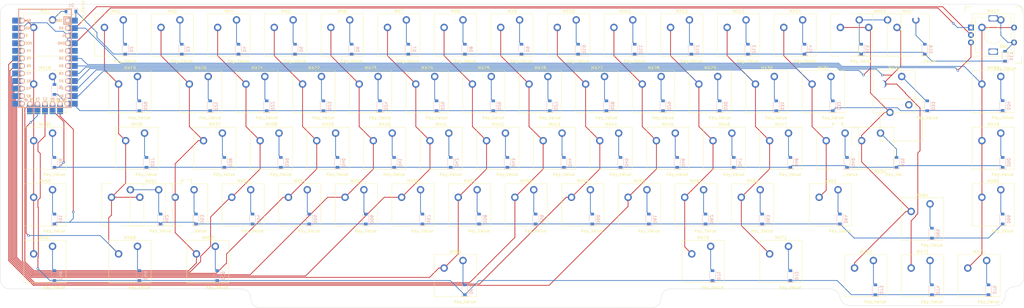
<source format=kicad_pcb>
(kicad_pcb (version 20211014) (generator pcbnew)
  (layers (0 "F.Cu" signal) (31 "B.Cu" signal) (34 "B.Paste" user) (35 "F.Paste" user) (36 "B.SilkS" user "B.Silkscreen") (37 "F.SilkS" user "F.Silkscreen") (38 "B.Mask" user) (39 "F.Mask" user) (44 "Edge.Cuts" user))
  (net 0 "")
  (net 1 "COL0")
  (net 2 "Net-(D1-Pad2)")
  (net 3 "COL1")
  (net 4 "Net-(D2-Pad2)")
  (net 5 "COL2")
  (net 6 "Net-(D3-Pad2)")
  (net 7 "COL3")
  (net 8 "Net-(D4-Pad2)")
  (net 9 "COL4")
  (net 10 "Net-(D5-Pad2)")
  (net 11 "COL5")
  (net 12 "Net-(D6-Pad2)")
  (net 13 "COL6")
  (net 14 "Net-(D7-Pad2)")
  (net 15 "COL7")
  (net 16 "Net-(D8-Pad2)")
  (net 17 "COL8")
  (net 18 "Net-(D9-Pad2)")
  (net 19 "COL9")
  (net 20 "Net-(D10-Pad2)")
  (net 21 "COL10")
  (net 22 "Net-(D11-Pad2)")
  (net 23 "COL11")
  (net 24 "Net-(D12-Pad2)")
  (net 25 "COL12")
  (net 26 "Net-(D13-Pad2)")
  (net 27 "COL13")
  (net 28 "Net-(D14-Pad2)")
  (net 29 "COL14")
  (net 30 "Net-(D15-Pad2)")
  (net 31 "COL15")
  (net 32 "Net-(D16-Pad2)")
  (net 33 "COL16")
  (net 34 "Net-(D17-Pad2)")
  (net 35 "Net-(D19-Pad2)")
  (net 36 "Net-(D20-Pad2)")
  (net 37 "Net-(D21-Pad2)")
  (net 38 "Net-(D22-Pad2)")
  (net 39 "Net-(D23-Pad2)")
  (net 40 "Net-(D24-Pad2)")
  (net 41 "Net-(D25-Pad2)")
  (net 42 "Net-(D26-Pad2)")
  (net 43 "Net-(D27-Pad2)")
  (net 44 "Net-(D28-Pad2)")
  (net 45 "Net-(D29-Pad2)")
  (net 46 "Net-(D30-Pad2)")
  (net 47 "Net-(D31-Pad2)")
  (net 48 "Net-(D32-Pad2)")
  (net 49 "Net-(D33-Pad2)")
  (net 50 "Net-(D34-Pad2)")
  (net 51 "Net-(D35-Pad2)")
  (net 52 "Net-(D36-Pad2)")
  (net 53 "Net-(D37-Pad2)")
  (net 54 "Net-(D38-Pad2)")
  (net 55 "Net-(D39-Pad2)")
  (net 56 "Net-(D40-Pad2)")
  (net 57 "Net-(D41-Pad2)")
  (net 58 "Net-(D42-Pad2)")
  (net 59 "Net-(D43-Pad2)")
  (net 60 "Net-(D44-Pad2)")
  (net 61 "Net-(D45-Pad2)")
  (net 62 "Net-(D46-Pad2)")
  (net 63 "Net-(D47-Pad2)")
  (net 64 "Net-(D48-Pad2)")
  (net 65 "Net-(D49-Pad2)")
  (net 66 "Net-(D50-Pad2)")
  (net 67 "Net-(D51-Pad2)")
  (net 68 "Net-(D52-Pad2)")
  (net 69 "Net-(D53-Pad2)")
  (net 70 "Net-(D54-Pad2)")
  (net 71 "Net-(D55-Pad2)")
  (net 72 "Net-(D56-Pad2)")
  (net 73 "Net-(D57-Pad2)")
  (net 74 "Net-(D58-Pad2)")
  (net 75 "Net-(D59-Pad2)")
  (net 76 "Net-(D60-Pad2)")
  (net 77 "Net-(D61-Pad2)")
  (net 78 "Net-(D62-Pad2)")
  (net 79 "Net-(D63-Pad2)")
  (net 80 "Net-(D64-Pad2)")
  (net 81 "Net-(D65-Pad2)")
  (net 82 "Net-(D66-Pad2)")
  (net 83 "Net-(D67-Pad2)")
  (net 84 "Net-(D68-Pad2)")
  (net 85 "Net-(D69-Pad2)")
  (net 86 "Net-(D70-Pad2)")
  (net 87 "Net-(D71-Pad2)")
  (net 88 "Net-(D72-Pad2)")
  (net 89 "Net-(D73-Pad2)")
  (net 90 "Net-(D74-Pad2)")
  (net 91 "Net-(D75-Pad2)")
  (net 92 "ROW0")
  (net 93 "ROW1")
  (net 94 "ROW2")
  (net 95 "ROW3")
  (net 96 "ROW4")
  (net 97 "ROT1")
  (net 98 "ROT0")
  (net 99 "GND")
  (net 100 "VCC")
  (footprint "mx-switches:CherryMX-1.00U" (layer "F.Cu") (at 286.679936 105.56875)
    (fp_text reference "MX13")
    (fp_text value "MX-NoLED")
  )
  (footprint "mx-switches:CherryMX-1.00U" (layer "F.Cu") (at 53.317436 105.56875)
    (fp_text reference "MX1")
    (fp_text value "MX-NoLED")
  )
  (footprint "mx-switches:CherryMX-1.00U" (layer "F.Cu") (at 281.917436 143.66875)
    (fp_text reference "MX46")
    (fp_text value "MX-NoLED")
  )
  (footprint "mx-switches:CherryMX-1.00U" (layer "F.Cu") (at 191.429936 105.56875)
    (fp_text reference "MX8")
    (fp_text value "MX-NoLED")
  )
  (footprint "mx-switches:CherryMX-1.00U" (layer "F.Cu") (at 305.729936 105.56875)
    (fp_text reference "MX14")
    (fp_text value "MX-NoLED")
  )
  (footprint "mx-switches:CherryMX-1.00U" (layer "F.Cu") (at 343.829936 105.56875)
    (fp_text reference "MX16")
    (fp_text value "MX-NoLED")
  )
  (footprint "mx-switches:CherryMX-1.00U" (layer "F.Cu") (at 367.642436 186.53125)
    (fp_text reference "MX74")
    (fp_text value "MX-NoLED")
  )
  (footprint "mx-switches:CherryMX-1.75U" (layer "F.Cu") (at 84.273686 143.66875)
    (fp_text reference "MX36")
    (fp_text value "MX-NoLED")
  )
  (footprint "mx-switches:CherryMX-1.00U" (layer "F.Cu") (at 320.017436 143.66875)
    (fp_text reference "MX48")
    (fp_text value "MX-NoLED")
  )
  (footprint "mx-switches:CherryMX-1.00U" (layer "F.Cu") (at 272.392436 162.71875)
    (fp_text reference "MX61")
    (fp_text value "MX-NoLED")
  )
  (footprint "mx-switches:CherryMX-1.00U" (layer "F.Cu") (at 158.092436 162.71875)
    (fp_text reference "MX55")
    (fp_text value "MX-NoLED")
  )
  (footprint "mx-switches:CherryMX-1.00U" (layer "F.Cu") (at 224.767436 143.66875)
    (fp_text reference "MX43")
    (fp_text value "MX-NoLED")
  )
  (footprint "mx-switches:CherryMX-1.00U" (layer "F.Cu") (at 139.042436 162.71875)
    (fp_text reference "MX54")
    (fp_text value "MX-NoLED")
  )
  (footprint "mx-switches:CherryMX-1.50U" (layer "F.Cu") (at 81.892436 181.76875)
    (fp_text reference "MX68")
    (fp_text value "MX-NoLED")
  )
  (footprint "mx-switches:CherryMX-1.00U" (layer "F.Cu") (at 372.404936 105.56875)
    (fp_text reference "MX17")
    (fp_text value "MX-NoLED")
  )
  (footprint "mx-switches:CherryMX-1.00U" (layer "F.Cu") (at 100.942436 162.71875)
    (fp_text reference "MX52")
    (fp_text value "MX-NoLED")
  )
  (footprint "mx-switches:CherryMX-1.00U" (layer "F.Cu") (at 372.404936 124.61875)
    (fp_text reference "MX33")
    (fp_text value "MX-NoLED")
  )
  (footprint "mx-switches:CherryMX-1.00U" (layer "F.Cu") (at 372.404936 143.66875)
    (fp_text reference "MX49")
    (fp_text value "MX-NoLED")
  )
  (footprint "mx-switches:CherryMX-1.00U" (layer "F.Cu") (at 220.004936 124.61875)
    (fp_text reference "MX26")
    (fp_text value "MX-NoLED")
  )
  (footprint "mx-switches:CherryMX-1.00U" (layer "F.Cu") (at 277.154936 124.61875)
    (fp_text reference "MX29")
    (fp_text value "MX-NoLED")
  )
  (footprint "mx-switches:CherryMX-1.00U" (layer "F.Cu") (at 296.204936 124.61875)
    (fp_text reference "MX30")
    (fp_text value "MX-NoLED")
  )
  (footprint "mx-switches:CherryMX-1.00U" (layer "F.Cu") (at 239.054936 124.61875)
    (fp_text reference "MX27")
    (fp_text value "MX-NoLED")
  )
  (footprint "mx-switches:CherryMX-1.00U" (layer "F.Cu") (at 110.467436 143.66875)
    (fp_text reference "MX37")
    (fp_text value "MX-NoLED")
  )
  (footprint "mx-switches:CherryMX-1.00U" (layer "F.Cu") (at 119.992436 162.71875)
    (fp_text reference "MX53")
    (fp_text value "MX-NoLED")
  )
  (footprint "mx-switches:CherryMX-1.00U" (layer "F.Cu") (at 229.529936 105.56875)
    (fp_text reference "MX10")
    (fp_text value "MX-NoLED")
  )
  (footprint "mx-switches:CherryMX-1.00U" (layer "F.Cu") (at 291.442436 162.71875)
    (fp_text reference "MX62")
    (fp_text value "MX-NoLED")
  )
  (footprint "mx-switches:CherryMX-1.00U" (layer "F.Cu") (at 53.317436 162.71875)
    (fp_text reference "MX50")
    (fp_text value "MX-NoLED")
  )
  (footprint "mx-switches:CherryMX-1.00U" (layer "F.Cu") (at 253.342436 162.71875)
    (fp_text reference "MX60")
    (fp_text value "MX-NoLED")
  )
  (footprint "mx-switches:CherryMX-1.50U" (layer "F.Cu") (at 300.967436 181.76875)
    (fp_text reference "MX71")
    (fp_text value "MX-NoLED")
  )
  (footprint "mx-switches:CherryMX-1.25U" (layer "F.Cu") (at 274.773686 181.76875)
    (fp_text reference "MX70")
    (fp_text value "MX-NoLED")
  )
  (footprint "mx-switches:CherryMX-ISOEnter+ANSIEnter" (layer "F.Cu") (at 331.923686 158.8125)
    (fp_text reference "MX34")
    (fp_text value "MX-NoLED")
  )
  (footprint "mx-switches:CherryMX-1.00U" (layer "F.Cu") (at 258.104936 124.61875)
    (fp_text reference "MX28")
    (fp_text value "MX-NoLED")
  )
  (footprint "mx-switches:CherryMX-1.00U" (layer "F.Cu") (at 372.404936 162.71875)
    (fp_text reference "MX65")
    (fp_text value "MX-NoLED")
  )
  (footprint "mx-switches:CherryMX-1.00U" (layer "F.Cu") (at 348.592436 186.53125)
    (fp_text reference "MX73")
    (fp_text value "MX-NoLED")
  )
  (footprint "mx-switches:CherryMX-1.00U" (layer "F.Cu") (at 153.329936 105.56875)
    (fp_text reference "MX6")
    (fp_text value "MX-NoLED")
  )
  (footprint "mx-switches:CherryMX-1.00U" (layer "F.Cu") (at 134.279936 105.56875)
    (fp_text reference "MX5")
    (fp_text value "MX-NoLED")
  )
  (footprint "mx-switches:CherryMX-1.00U" (layer "F.Cu") (at 96.179936 105.56875)
    (fp_text reference "MX3")
    (fp_text value "MX-NoLED")
  )
  (footprint "mx-switches:CherryMX-1.00U" (layer "F.Cu") (at 53.317436 124.61875)
    (fp_text reference "MX18")
    (fp_text value "MX-NoLED")
  )
  (footprint "mx-switches:CherryMX-1.00U" (layer "F.Cu") (at 315.254936 124.61875)
    (fp_text reference "MX31")
    (fp_text value "MX-NoLED")
  )
  (footprint "mx-switches:CherryMX-1.00U" (layer "F.Cu") (at 77.129936 105.56875)
    (fp_text reference "MX2")
    (fp_text value "MX-NoLED")
  )
  (footprint "mx-switches:CherryMX-1.00U" (layer "F.Cu") (at 200.954936 124.61875)
    (fp_text reference "MX25")
    (fp_text value "MX-NoLED")
  )
  (footprint "mx-switches:CherryMX-1.00U" (layer "F.Cu") (at 162.854936 124.61875)
    (fp_text reference "MX23")
    (fp_text value "MX-NoLED")
  )
  (footprint "mx-switches:CherryMX-1.25U" (layer "F.Cu") (at 108.086186 181.76875)
    (fp_text reference "MX69")
    (fp_text value "MX-NoLED")
  )
  (footprint "mx-switches:CherryMX-1.00U" (layer "F.Cu") (at 243.817436 143.66875)
    (fp_text reference "MX44")
    (fp_text value "MX-NoLED")
  )
  (footprint "mx-switches:CherryMX-7.00U" (layer "F.Cu") (at 191.429936 186.53125)
    (fp_text reference "MX66")
    (fp_text value "MX-NoLED")
  )
  (footprint "mx-switches:CherryMX-1.00U" (layer "F.Cu") (at 329.542436 186.53125)
    (fp_text reference "MX72")
    (fp_text value "MX-NoLED")
  )
  (footprint "mx-switches:CherryMX-2.25U+1.25U" (layer "F.Cu") (at 89.036186 162.71875)
    (fp_text reference "MX51")
    (fp_text value "MX-NoLED")
  )
  (footprint "mx-switches:CherryMX-1.00U" (layer "F.Cu") (at 348.592436 167.48125)
    (fp_text reference "MX64")
    (fp_text value "MX-NoLED")
  )
  (footprint "mx-switches:CherryMX-1.00U" (layer "F.Cu") (at 148.567436 143.66875)
    (fp_text reference "MX39")
    (fp_text value "MX-NoLED")
  )
  (footprint "mx-switches:CherryMX-1.00U" (layer "F.Cu") (at 300.967436 143.66875)
    (fp_text reference "MX47")
    (fp_text value "MX-NoLED")
  )
  (footprint "led:RotaryEncoder_EC11E-Switch" (layer "F.Cu") (at 372.404936 105.56875)
    (fp_text reference "SW1")
    (fp_text value "RotaryEncoder_Switch")
  )
  (footprint "mx-switches:CherryMX-1.00U" (layer "F.Cu") (at 234.292436 162.71875)
    (fp_text reference "MX59")
    (fp_text value "MX-NoLED")
  )
  (footprint "mx-switches:CherryMX-1.00U" (layer "F.Cu") (at 115.229936 105.56875)
    (fp_text reference "MX4")
    (fp_text value "MX-NoLED")
  )
  (footprint "mx-switches:CherryMX-1.00U" (layer "F.Cu") (at 205.717436 143.66875)
    (fp_text reference "MX42")
    (fp_text value "MX-NoLED")
  )
  (footprint "mx-switches:CherryMX-1.00U" (layer "F.Cu") (at 129.517436 143.66875)
    (fp_text reference "MX38")
    (fp_text value "MX-NoLED")
  )
  (footprint "mx-switches:CherryMX-2.00U+1.00U" (layer "F.Cu") (at 334.304936 105.56875)
    (fp_text reference "MX15")
    (fp_text value "MX-NoLED")
  )
  (footprint "mx-switches:CherryMX-1.00U" (layer "F.Cu") (at 186.667436 143.66875)
    (fp_text reference "MX41")
    (fp_text value "MX-NoLED")
  )
  (footprint "mx-switches:CherryMX-1.00U" (layer "F.Cu") (at 181.904936 124.61875)
    (fp_text reference "MX24")
    (fp_text value "MX-NoLED")
  )
  (footprint "mx-switches:CherryMX-1.00U" (layer "F.Cu") (at 267.629936 105.56875)
    (fp_text reference "MX12")
    (fp_text value "MX-NoLED")
  )
  (footprint "mx-switches:CherryMX-1.75U" (layer "F.Cu") (at 317.636186 162.71875)
    (fp_text reference "MX63")
    (fp_text value "MX-NoLED")
  )
  (footprint "mx-switches:CherryMX-1.00U" (layer "F.Cu") (at 248.579936 105.56875)
    (fp_text reference "MX11")
    (fp_text value "MX-NoLED")
  )
  (footprint "mx-switches:CherryMX-1.00U" (layer "F.Cu") (at 215.242436 162.71875)
    (fp_text reference "MX58")
    (fp_text value "MX-NoLED")
  )
  (footprint "mx-switches:CherryMX-1.00U" (layer "F.Cu") (at 262.867436 143.66875)
    (fp_text reference "MX45")
    (fp_text value "MX-NoLED")
  )
  (footprint "mx-switches:CherryMX-1.00U" (layer "F.Cu") (at 53.317436 143.66875)
    (fp_text reference "MX35")
    (fp_text value "MX-NoLED")
  )
  (footprint "mx-switches:CherryMX-1.50U" (layer "F.Cu") (at 81.892436 124.61875)
    (fp_text reference "MX19")
    (fp_text value "MX-NoLED")
  )
  (footprint "mx-switches:CherryMX-1.50U" (layer "F.Cu") (at 339.067436 124.61875)
    (fp_text reference "MX32")
    (fp_text value "MX-NoLED")
  )
  (footprint "mx-switches:CherryMX-1.00U" (layer "F.Cu") (at 167.617436 143.66875)
    (fp_text reference "MX40")
    (fp_text value "MX-NoLED")
  )
  (footprint "mx-switches:CherryMX-1.00U" (layer "F.Cu") (at 210.479936 105.56875)
    (fp_text reference "MX9")
    (fp_text value "MX-NoLED")
  )
  (footprint "mx-switches:CherryMX-1.00U" (layer "F.Cu") (at 172.379936 105.56875)
    (fp_text reference "MX7")
    (fp_text value "MX-NoLED")
  )
  (footprint "mx-switches:CherryMX-1.00U" (layer "F.Cu") (at 124.754936 124.61875)
    (fp_text reference "MX21")
    (fp_text value "MX-NoLED")
  )
  (footprint "mx-switches:CherryMX-1.00U" (layer "F.Cu") (at 143.804936 124.61875)
    (fp_text reference "MX22")
    (fp_text value "MX-NoLED")
  )
  (footprint "mx-switches:CherryMX-1.00U" (layer "F.Cu") (at 196.192436 162.71875)
    (fp_text reference "MX57")
    (fp_text value "MX-NoLED")
  )
  (footprint "mx-switches:CherryMX-1.00U" (layer "F.Cu") (at 105.704936 124.61875)
    (fp_text reference "MX20")
    (fp_text value "MX-NoLED")
  )
  (footprint "mx-switches:CherryMX-1.00U" (layer "F.Cu") (at 53.317436 181.76875)
    (fp_text reference "MX67")
    (fp_text value "MX-NoLED")
  )
  (footprint "mx-switches:CherryMX-1.00U" (layer "F.Cu") (at 177.142436 162.71875)
    (fp_text reference "MX56")
    (fp_text value "MX-NoLED")
  )
  (footprint "led:D_SOD-123" (layer "B.Cu") (at 275.567436 167.48125 90)
    (fp_text reference "D62")
    (fp_text value "1.25V@150mA")
  )
  (footprint "led:D_SOD-123" (layer "B.Cu") (at 199.367436 167.48125 90)
    (fp_text reference "D58")
    (fp_text value "1.25V@150mA")
  )
  (footprint "led:D_SOD-123" (layer "B.Cu") (at 85.067436 186.53125 90)
    (fp_text reference "D69")
    (fp_text value "1.25V@150mA")
  )
  (footprint "led:D_SOD-123" (layer "B.Cu") (at 180.317436 167.48125 90)
    (fp_text reference "D57")
    (fp_text value "1.25V@150mA")
  )
  (footprint "led:D_SOD-123" (layer "B.Cu") (at 308.904936 110.33125 90)
    (fp_text reference "D14")
    (fp_text value "1.25V@150mA")
  )
  (footprint "led:D_SOD-123" (layer "B.Cu") (at 351.767436 191.29375 90)
    (fp_text reference "D74")
    (fp_text value "1.25V@150mA")
  )
  (footprint "led:D_SOD-123" (layer "B.Cu") (at 132.692436 148.43125 90)
    (fp_text reference "D39")
    (fp_text value "1.25V@150mA")
  )
  (footprint "led:D_SOD-123" (layer "B.Cu") (at 175.554936 110.33125 90)
    (fp_text reference "D7")
    (fp_text value "1.25V@150mA")
  )
  (footprint "led:D_SOD-123" (layer "B.Cu") (at 137.454936 110.33125 90)
    (fp_text reference "D5")
    (fp_text value "1.25V@150mA")
  )
  (footprint "led:D_SOD-123" (layer "B.Cu") (at 108.879936 129.38125 90)
    (fp_text reference "D21")
    (fp_text value "1.25V@150mA")
  )
  (footprint "led:D_SOD-123" (layer "B.Cu") (at 227.942436 148.43125 90)
    (fp_text reference "D44")
    (fp_text value "1.25V@150mA")
  )
  (footprint "led:D_SOD-123" (layer "B.Cu") (at 251.754936 110.33125 90)
    (fp_text reference "D11")
    (fp_text value "1.25V@150mA")
  )
  (footprint "led:D_SOD-123" (layer "B.Cu") (at 127.929936 129.38125 90)
    (fp_text reference "D22")
    (fp_text value "1.25V@150mA")
  )
  (footprint "led:D_SOD-123" (layer "B.Cu") (at 56.492436 123.8875 90)
    (fp_text reference "D19")
    (fp_text value "1.25V@150mA")
  )
  (footprint "led:D_SOD-123" (layer "B.Cu") (at 266.042436 148.43125 90)
    (fp_text reference "D46")
    (fp_text value "1.25V@150mA")
  )
  (footprint "led:D_SOD-123" (layer "B.Cu") (at 332.717436 191.29375 90)
    (fp_text reference "D73")
    (fp_text value "1.25V@150mA")
  )
  (footprint "led:D_SOD-123" (layer "B.Cu") (at 113.642436 148.43125 90)
    (fp_text reference "D38")
    (fp_text value "1.25V@150mA")
  )
  (footprint "led:D_SOD-123" (layer "B.Cu") (at 142.217436 167.48125 90)
    (fp_text reference "D55")
    (fp_text value "1.25V@150mA")
  )
  (footprint "led:D_SOD-123" (layer "B.Cu") (at 277.948686 186.53125 90)
    (fp_text reference "D71")
    (fp_text value "1.25V@150mA")
  )
  (footprint "led:D_SOD-123" (layer "B.Cu") (at 56.492436 148.43125 90)
    (fp_text reference "D36")
    (fp_text value "1.25V@150mA")
  )
  (footprint "led:D_SOD-123" (layer "B.Cu") (at 208.892436 148.43125 90)
    (fp_text reference "D43")
    (fp_text value "1.25V@150mA")
  )
  (footprint "led:D_SOD-123" (layer "B.Cu") (at 375.579936 167.48125 90)
    (fp_text reference "D66")
    (fp_text value "1.25V@150mA")
  )
  (footprint "led:D_SOD-123" (layer "B.Cu") (at 92.211186 167.48125 90)
    (fp_text reference "D52")
    (fp_text value "1.25V@150mA")
  )
  (footprint "led:D_SOD-123" (layer "B.Cu") (at 304.142436 148.43125 90)
    (fp_text reference "D48")
    (fp_text value "1.25V@150mA")
  )
  (footprint "led:D_SOD-123" (layer "B.Cu") (at 156.504936 110.33125 90)
    (fp_text reference "D6")
    (fp_text value "1.25V@150mA")
  )
  (footprint "led:D_SOD-123" (layer "B.Cu") (at 104.117436 167.48125 90)
    (fp_text reference "D53")
    (fp_text value "1.25V@150mA")
  )
  (footprint "led:D_SOD-123" (layer "B.Cu") (at 256.517436 167.48125 90)
    (fp_text reference "D61")
    (fp_text value "1.25V@150mA")
  )
  (footprint "led:D_SOD-123" (layer "B.Cu") (at 166.029936 129.38125 90)
    (fp_text reference "D24")
    (fp_text value "1.25V@150mA")
  )
  (footprint "led:D_SOD-123" (layer "B.Cu") (at 299.379936 129.38125 90)
    (fp_text reference "D31")
    (fp_text value "1.25V@150mA")
  )
  (footprint "led:D_SOD-123" (layer "B.Cu") (at 85.067436 129.38125 90)
    (fp_text reference "D20")
    (fp_text value "1.25V@150mA")
  )
  (footprint "led:D_SOD-123" (layer "B.Cu") (at 204.129936 129.38125 90)
    (fp_text reference "D26")
    (fp_text value "1.25V@150mA")
  )
  (footprint "led:D_SOD-123" (layer "B.Cu") (at 99.354936 110.33125 90)
    (fp_text reference "D3")
    (fp_text value "1.25V@150mA")
  )
  (footprint "led:D_SOD-123" (layer "B.Cu") (at 270.804936 110.33125 90)
    (fp_text reference "D12")
    (fp_text value "1.25V@150mA")
  )
  (footprint "led:D_SOD-123" (layer "B.Cu") (at 246.992436 148.43125 90)
    (fp_text reference "D45")
    (fp_text value "1.25V@150mA")
  )
  (footprint "led:D_SOD-123" (layer "B.Cu") (at 304.142436 186.53125 90)
    (fp_text reference "D72")
    (fp_text value "1.25V@150mA")
  )
  (footprint "led:D_SOD-123" (layer "B.Cu") (at 80.304936 110.33125 90)
    (fp_text reference "D2")
    (fp_text value "1.25V@150mA")
  )
  (footprint "led:D_SOD-123" (layer "B.Cu") (at 189.842436 148.43125 90)
    (fp_text reference "D42")
    (fp_text value "1.25V@150mA")
  )
  (footprint "led:D_SOD-123" (layer "B.Cu") (at 327.954936 110.33125 90)
    (fp_text reference "D15")
    (fp_text value "1.25V@150mA")
  )
  (footprint "led:D_SOD-123" (layer "B.Cu") (at 170.792436 148.43125 90)
    (fp_text reference "D41")
    (fp_text value "1.25V@150mA")
  )
  (footprint "led:D_SOD-123" (layer "B.Cu") (at 118.404936 110.33125 90)
    (fp_text reference "D4")
    (fp_text value "1.25V@150mA")
  )
  (footprint "led:D_SOD-123" (layer "B.Cu") (at 242.229936 129.38125 90)
    (fp_text reference "D28")
    (fp_text value "1.25V@150mA")
  )
  (footprint "led:D_SOD-123" (layer "B.Cu") (at 350.179936 129.38125 90)
    (fp_text reference "D33")
    (fp_text value "1.25V@150mA")
  )
  (footprint "led:D_SOD-123" (layer "B.Cu") (at 320.811186 167.48125 90)
    (fp_text reference "D64")
    (fp_text value "1.25V@150mA")
  )
  (footprint "led:D_SOD-123" (layer "B.Cu") (at 87.448686 148.43125 90)
    (fp_text reference "D37")
    (fp_text value "1.25V@150mA")
  )
  (footprint "led:D_SOD-123" (layer "B.Cu") (at 218.417436 167.48125 90)
    (fp_text reference "D59")
    (fp_text value "1.25V@150mA")
  )
  (footprint "led:D_SOD-123" (layer "B.Cu") (at 280.329936 129.38125 90)
    (fp_text reference "D30")
    (fp_text value "1.25V@150mA")
  )
  (footprint "led:D_SOD-123" (layer "B.Cu") (at 349.386186 110.33125 90)
    (fp_text reference "D16")
    (fp_text value "1.25V@150mA")
  )
  (footprint "led:D_SOD-123" (layer "B.Cu") (at 185.079936 129.38125 90)
    (fp_text reference "D25")
    (fp_text value "1.25V@150mA")
  )
  (footprint "led:D_SOD-123" (layer "B.Cu") (at 351.767436 172.24375 90)
    (fp_text reference "D65")
    (fp_text value "1.25V@150mA")
  )
  (footprint "led:D_SOD-123" (layer "B.Cu") (at 375.579936 129.31875 90)
    (fp_text reference "D34")
    (fp_text value "1.25V@150mA")
  )
  (footprint "led:D_SOD-123" (layer "B.Cu") (at 261.279936 129.38125 90)
    (fp_text reference "D29")
    (fp_text value "1.25V@150mA")
  )
  (footprint "led:D_SOD-123" (layer "B.Cu") (at 62.048686 97.63125 180)
    (fp_text reference "D1")
    (fp_text value "1.25V@150mA")
  )
  (footprint "led:D_SOD-123" (layer "B.Cu") (at 289.854936 110.33125 90)
    (fp_text reference "D13")
    (fp_text value "1.25V@150mA")
  )
  (footprint "led:D_SOD-123" (layer "B.Cu") (at 237.467436 167.48125 90)
    (fp_text reference "D60")
    (fp_text value "1.25V@150mA")
  )
  (footprint "led:D_SOD-123" (layer "B.Cu") (at 151.742436 148.43125 90)
    (fp_text reference "D40")
    (fp_text value "1.25V@150mA")
  )
  (footprint "led:D_SOD-123" (layer "B.Cu") (at 318.429936 129.38125 90)
    (fp_text reference "D32")
    (fp_text value "1.25V@150mA")
  )
  (footprint "led:D_SOD-123" (layer "B.Cu") (at 111.261186 186.53125 90)
    (fp_text reference "D70")
    (fp_text value "1.25V@150mA")
  )
  (footprint "led:D_SOD-123" (layer "B.Cu") (at 285.092436 148.43125 90)
    (fp_text reference "D47")
    (fp_text value "1.25V@150mA")
  )
  (footprint "led:D_SOD-123" (layer "B.Cu") (at 375.579936 148.43125 90)
    (fp_text reference "D50")
    (fp_text value "1.25V@150mA")
  )
  (footprint "led:D_SOD-123" (layer "B.Cu") (at 56.492436 167.48125 90)
    (fp_text reference "D51")
    (fp_text value "1.25V@150mA")
  )
  (footprint "led:D_SOD-123" (layer "B.Cu") (at 123.167436 167.48125 90)
    (fp_text reference "D54")
    (fp_text value "1.25V@150mA")
  )
  (footprint "led:D_SOD-123" (layer "B.Cu") (at 161.267436 167.48125 90)
    (fp_text reference "D56")
    (fp_text value "1.25V@150mA")
  )
  (footprint "led:D_SOD-123" (layer "B.Cu") (at 294.617436 167.48125 90)
    (fp_text reference "D63")
    (fp_text value "1.25V@150mA")
  )
  (footprint "led:D_SOD-123" (layer "B.Cu") (at 56.492436 186.53125 90)
    (fp_text reference "D68")
    (fp_text value "1.25V@150mA")
  )
  (footprint "led:D_SOD-123" (layer "B.Cu") (at 323.192436 148.43125 90)
    (fp_text reference "D49")
    (fp_text value "1.25V@150mA")
  )
  (footprint "led:D_SOD-123" (layer "B.Cu") (at 194.604936 110.33125 90)
    (fp_text reference "D8")
    (fp_text value "1.25V@150mA")
  )
  (footprint "led:D_SOD-123" (layer "B.Cu") (at 376.373686 112.7125 90)
    (fp_text reference "D17")
    (fp_text value "1.25V@150mA")
  )
  (footprint "Keebio-Parts:Elite-C-castellated-29pin-holes" (layer "B.Cu") (at 53.317436 114.69925 -90)
    (fp_text reference "EC1" hide)
    (fp_text value "Elite-C" hide)
  )
  (footprint "led:D_SOD-123" (layer "B.Cu") (at 370.817436 191.29375 90)
    (fp_text reference "D75")
    (fp_text value "1.25V@150mA")
  )
  (footprint "led:D_SOD-123" (layer "B.Cu") (at 339.861186 148.43125 90)
    (fp_text reference "D35")
    (fp_text value "1.25V@150mA")
  )
  (footprint "led:D_SOD-123" (layer "B.Cu") (at 232.704936 110.33125 90)
    (fp_text reference "D10")
    (fp_text value "1.25V@150mA")
  )
  (footprint "led:D_SOD-123" (layer "B.Cu") (at 146.979936 129.38125 90)
    (fp_text reference "D23")
    (fp_text value "1.25V@150mA")
  )
  (footprint "led:D_SOD-123" (layer "B.Cu") (at 194.604936 191.29375 90)
    (fp_text reference "D67")
    (fp_text value "1.25V@150mA")
  )
  (footprint "led:D_SOD-123" (layer "B.Cu") (at 213.654936 110.33125 90)
    (fp_text reference "D9")
    (fp_text value "1.25V@150mA")
  )
  (footprint "led:D_SOD-123" (layer "B.Cu") (at 223.179936 129.38125 90)
    (fp_text reference "D27")
    (fp_text value "1.25V@150mA")
  )
  (gr_arc (start 119.38 191.008014) (mid 121.625068 191.937946) (end 122.555 194.183014) (layer "Edge.Cuts") (width 0.1))
  (gr_arc (start 125.73 197.358014) (mid 123.484932 196.428082) (end 122.555 194.183014) (layer "Edge.Cuts") (width 0.1))
  (gr_line (start 41.402 191.008014) (end 119.38 191.008014) (layer "Edge.Cuts") (width 0.1))
  (gr_arc (start 41.402 191.008014) (mid 39.156927 190.078076) (end 38.227 187.833014) (layer "Edge.Cuts") (width 0.1))
  (gr_line (start 379.548686 95.25) (end 41.411186 95.25) (layer "Edge.Cuts") (width 0.1))
  (gr_line (start 382.723686 187.071) (end 382.723686 98.425) (layer "Edge.Cuts") (width 0.1))
  (gr_arc (start 260.604 194.183056) (mid 261.533932 191.937988) (end 263.779 191.008056) (layer "Edge.Cuts") (width 0.1))
  (gr_arc (start 379.548686 95.25) (mid 381.793718 96.179954) (end 382.723686 98.425) (layer "Edge.Cuts") (width 0.1))
  (gr_arc (start 382.723686 187.071) (mid 381.793724 189.316014) (end 379.548686 190.246) (layer "Edge.Cuts") (width 0.1))
  (gr_arc (start 260.604 194.183) (mid 259.674068 196.428068) (end 257.429 197.358) (layer "Edge.Cuts") (width 0.1))
  (gr_arc (start 376.373686 193.421) (mid 375.44375 195.666064) (end 373.198686 196.596) (layer "Edge.Cuts") (width 0.1))
  (gr_line (start 323.977 196.596) (end 373.198686 196.596) (layer "Edge.Cuts") (width 0.1))
  (gr_line (start 263.779 191.008056) (end 317.627 191.008) (layer "Edge.Cuts") (width 0.1))
  (gr_arc (start 323.977 196.596) (mid 321.897861 195.75768) (end 320.802 193.802) (layer "Edge.Cuts") (width 0.1))
  (gr_line (start 125.73 197.358014) (end 257.429 197.358) (layer "Edge.Cuts") (width 0.1))
  (gr_line (start 38.236186 98.425) (end 38.227 187.833014) (layer "Edge.Cuts") (width 0.1))
  (gr_arc (start 317.627 191.008) (mid 319.708042 191.844156) (end 320.802 193.802) (layer "Edge.Cuts") (width 0.1))
  (gr_arc (start 38.236186 98.425) (mid 39.166122 96.179936) (end 41.411186 95.25) (layer "Edge.Cuts") (width 0.1))
  (gr_arc (start 376.373686 193.421056) (mid 377.303594 191.175964) (end 379.548686 190.246056) (layer "Edge.Cuts") (width 0.1))
  (segment (start 49.507436 103.02875) (end 47.207936 100.72925) (width 0.25) (layer "F.Cu") (net 1))
  (segment (start 47.207936 100.72925) (end 45.697436 100.72925) (width 0.25) (layer "F.Cu") (net 1))
  (segment (start 49.507436 103.02875) (end 49.507436 122.07875) (width 0.25) (layer "F.Cu") (net 1))
  (segment (start 49.507436 160.17875) (end 49.507436 179.22875) (width 0.25) (layer "F.Cu") (net 1))
  (segment (start 49.507436 141.12875) (end 49.507436 160.17875) (width 0.25) (layer "F.Cu") (net 1))
  (segment (start 49.507436 122.07875) (end 49.507436 141.12875) (width 0.25) (layer "F.Cu") (net 1))
  (segment (start 58.714936 97.63125) (end 60.398686 97.63125) (width 0.25) (layer "B.Cu") (net 2))
  (segment (start 56.112436 100.74375) (end 55.857436 100.48875) (width 0.25) (layer "B.Cu") (net 2))
  (segment (start 55.857436 100.48875) (end 58.714936 97.63125) (width 0.25) (layer "B.Cu") (net 2))
  (segment (start 46.987915 172.264229) (end 47.761186 173.0375) (width 0.25) (layer "F.Cu") (net 3))
  (segment (start 74.761665 167.10519) (end 74.761665 175.907979) (width 0.25) (layer "F.Cu") (net 3))
  (segment (start 75.701186 166.165669) (end 74.761665 167.10519) (width 0.25) (layer "F.Cu") (net 3))
  (segment (start 78.082436 122.07875) (end 78.082436 138.7475) (width 0.25) (layer "F.Cu") (net 3))
  (segment (start 46.987915 136.504521) (end 46.987915 172.264229) (width 0.25) (layer "F.Cu") (net 3))
  (segment (start 80.463686 141.12875) (end 80.463686 155.41625) (width 0.25) (layer "F.Cu") (net 3))
  (segment (start 74.761665 175.907979) (end 78.082436 179.22875) (width 0.25) (layer "F.Cu") (net 3))
  (segment (start 75.701186 160.17875) (end 85.226186 160.17875) (width 0.25) (layer "F.Cu") (net 3))
  (segment (start 48.554936 134.9375) (end 46.987915 136.504521) (width 0.25) (layer "F.Cu") (net 3))
  (segment (start 75.701186 160.17875) (end 75.701186 166.165669) (width 0.25) (layer "F.Cu") (net 3))
  (segment (start 73.319936 103.02875) (end 73.319936 117.31625) (width 0.25) (layer "F.Cu") (net 3))
  (segment (start 78.082436 138.7475) (end 80.463686 141.12875) (width 0.25) (layer "F.Cu") (net 3))
  (segment (start 73.319936 117.31625) (end 78.082436 122.07875) (width 0.25) (layer "F.Cu") (net 3))
  (segment (start 80.463686 155.41625) (end 75.701186 160.17875) (width 0.25) (layer "F.Cu") (net 3))
  (via (at 47.761186 173.0375) (size 0.8) (drill 0.4) (layers "F.Cu" "B.Cu") (net 3))
  (via (at 48.554936 134.9375) (size 0.8) (drill 0.4) (layers "F.Cu" "B.Cu") (net 3))
  (segment (start 48.554936 134.9375) (end 50.777436 132.715) (width 0.25) (layer "B.Cu") (net 3))
  (segment (start 50.777436 132.715) (end 50.777436 130.57425) (width 0.25) (layer "B.Cu") (net 3))
  (segment (start 78.082436 179.22875) (end 71.891186 173.0375) (width 0.25) (layer "B.Cu") (net 3))
  (segment (start 71.891186 173.0375) (end 47.761186 173.0375) (width 0.25) (layer "B.Cu") (net 3))
  (segment (start 79.669936 100.48875) (end 79.669936 108.04625) (width 0.25) (layer "B.Cu") (net 4))
  (segment (start 79.669936 108.04625) (end 80.304936 108.68125) (width 0.25) (layer "B.Cu") (net 4))
  (segment (start 97.132436 172.085) (end 97.132436 160.17875) (width 0.25) (layer "F.Cu") (net 5))
  (segment (start 104.276186 179.22875) (end 97.132436 172.085) (width 0.25) (layer "F.Cu") (net 5))
  (segment (start 104.276186 182.265841) (end 101.667516 184.874511) (width 0.25) (layer "F.Cu") (net 5))
  (segment (start 97.132436 148.885984) (end 104.88967 141.12875) (width 0.25) (layer "F.Cu") (net 5))
  (segment (start 101.894936 136.36625) (end 101.894936 122.07875) (width 0.25) (layer "F.Cu") (net 5))
  (segment (start 101.667516 184.874511) (end 49.576106 184.874511) (width 0.25) (layer "F.Cu") (net 5))
  (segment (start 104.88967 141.12875) (end 106.657436 141.12875) (width 0.25) (layer "F.Cu") (net 5))
  (segment (start 97.132436 160.17875) (end 97.132436 148.885984) (width 0.25) (layer "F.Cu") (net 5))
  (segment (start 106.657436 141.12875) (end 101.894936 136.36625) (width 0.25) (layer "F.Cu") (net 5))
  (segment (start 49.576106 184.874511) (end 46.538395 181.8368) (width 0.25) (layer "F.Cu") (net 5))
  (segment (start 101.894936 122.07875) (end 92.369936 112.55375) (width 0.25) (layer "F.Cu") (net 5))
  (segment (start 92.369936 112.55375) (end 92.369936 103.02875) (width 0.25) (layer "F.Cu") (net 5))
  (segment (start 104.276186 179.22875) (end 104.276186 182.265841) (width 0.25) (layer "F.Cu") (net 5))
  (segment (start 46.538395 181.8368) (end 46.538395 130.368291) (width 0.25) (layer "F.Cu") (net 5))
  (segment (start 46.538395 130.368291) (end 48.237436 128.66925) (width 0.25) (layer "F.Cu") (net 5))
  (segment (start 98.719936 108.04625) (end 99.354936 108.68125) (width 0.25) (layer "B.Cu") (net 6))
  (segment (start 98.719936 100.48875) (end 98.719936 108.04625) (width 0.25) (layer "B.Cu") (net 6))
  (segment (start 120.944936 122.07875) (end 120.944936 136.36625) (width 0.25) (layer "F.Cu") (net 7))
  (segment (start 111.419936 103.02875) (end 111.419936 112.55375) (width 0.25) (layer "F.Cu") (net 7))
  (segment (start 105.704936 181.76875) (end 105.704936 180.026696) (width 0.25) (layer "F.Cu") (net 7))
  (segment (start 105.704936 180.026696) (end 109.051675 176.679957) (width 0.25) (layer "F.Cu") (net 7))
  (segment (start 125.707436 141.12875) (end 125.707436 150.65375) (width 0.25) (layer "F.Cu") (net 7))
  (segment (start 49.389908 185.324031) (end 102.149655 185.324031) (width 0.25) (layer "F.Cu") (net 7))
  (segment (start 45.697436 128.66925) (end 45.697436 181.631559) (width 0.25) (layer "F.Cu") (net 7))
  (segment (start 120.944936 136.36625) (end 125.707436 141.12875) (width 0.25) (layer "F.Cu") (net 7))
  (segment (start 125.707436 150.65375) (end 116.182436 160.17875) (width 0.25) (layer "F.Cu") (net 7))
  (segment (start 102.149655 185.324031) (end 105.704936 181.76875) (width 0.25) (layer "F.Cu") (net 7))
  (segment (start 45.697436 181.631559) (end 49.389908 185.324031) (width 0.25) (layer "F.Cu") (net 7))
  (segment (start 109.051675 176.679957) (end 109.051675 166.81242) (width 0.25) (layer "F.Cu") (net 7))
  (segment (start 109.051675 166.81242) (end 115.685345 160.17875) (width 0.25) (layer "F.Cu") (net 7))
  (segment (start 111.419936 112.55375) (end 120.944936 122.07875) (width 0.25) (layer "F.Cu") (net 7))
  (segment (start 115.685345 160.17875) (end 116.182436 160.17875) (width 0.25) (layer "F.Cu") (net 7))
  (segment (start 117.769936 100.48875) (end 117.769936 108.04625) (width 0.25) (layer "B.Cu") (net 8))
  (segment (start 117.769936 108.04625) (end 118.404936 108.68125) (width 0.25) (layer "B.Cu") (net 8))
  (segment (start 130.469936 112.55375) (end 130.469936 103.02875) (width 0.25) (layer "F.Cu") (net 9))
  (segment (start 135.232436 160.17875) (end 133.46467 160.17875) (width 0.25) (layer "F.Cu") (net 9))
  (segment (start 135.232436 160.17875) (end 144.757436 150.65375) (width 0.25) (layer "F.Cu") (net 9))
  (segment (start 133.46467 160.17875) (end 114.415707 179.227713) (width 0.25) (layer "F.Cu") (net 9))
  (segment (start 114.415707 182.28632) (end 110.928476 185.773551) (width 0.25) (layer "F.Cu") (net 9))
  (segment (start 43.792436 180.362276) (end 43.792436 128.03425) (width 0.25) (layer "F.Cu") (net 9))
  (segment (start 144.757436 150.65375) (end 144.757436 141.12875) (width 0.25) (layer "F.Cu") (net 9))
  (segment (start 114.415707 179.227713) (end 114.415707 182.28632) (width 0.25) (layer "F.Cu") (net 9))
  (segment (start 110.928476 185.773551) (end 49.203711 185.773551) (width 0.25) (layer "F.Cu") (net 9))
  (segment (start 139.994936 122.07875) (end 130.469936 112.55375) (width 0.25) (layer "F.Cu") (net 9))
  (segment (start 144.757436 141.12875) (end 139.994936 136.36625) (width 0.25) (layer "F.Cu") (net 9))
  (segment (start 49.203711 185.773551) (end 43.792436 180.362276) (width 0.25) (layer "F.Cu") (net 9))
  (segment (start 43.792436 128.03425) (end 45.697436 126.12925) (width 0.25) (layer "F.Cu") (net 9))
  (segment (start 139.994936 136.36625) (end 139.994936 122.07875) (width 0.25) (layer "F.Cu") (net 9))
  (segment (start 136.819936 100.48875) (end 136.819936 108.04625) (width 0.25) (layer "B.Cu") (net 10))
  (segment (start 136.819936 108.04625) (end 137.454936 108.68125) (width 0.25) (layer "B.Cu") (net 10))
  (segment (start 49.017513 186.223071) (end 43.342916 180.548473) (width 0.25) (layer "F.Cu") (net 11))
  (segment (start 148.429527 160.17875) (end 122.385206 186.223071) (width 0.25) (layer "F.Cu") (net 11))
  (segment (start 43.342916 180.548473) (end 43.342916 125.94377) (width 0.25) (layer "F.Cu") (net 11))
  (segment (start 154.282436 160.17875) (end 148.429527 160.17875) (width 0.25) (layer "F.Cu") (net 11))
  (segment (start 122.385206 186.223071) (end 49.017513 186.223071) (width 0.25) (layer "F.Cu") (net 11))
  (segment (start 163.807436 150.65375) (end 154.282436 160.17875) (width 0.25) (layer "F.Cu") (net 11))
  (segment (start 43.342916 125.94377) (end 45.697436 123.58925) (width 0.25) (layer "F.Cu") (net 11))
  (segment (start 159.044936 136.36625) (end 163.807436 141.12875) (width 0.25) (layer "F.Cu") (net 11))
  (segment (start 163.807436 141.12875) (end 163.807436 150.65375) (width 0.25) (layer "F.Cu") (net 11))
  (segment (start 149.519936 112.55375) (end 159.044936 122.07875) (width 0.25) (layer "F.Cu") (net 11))
  (segment (start 159.044936 122.07875) (end 159.044936 136.36625) (width 0.25) (layer "F.Cu") (net 11))
  (segment (start 149.519936 103.02875) (end 149.519936 112.55375) (width 0.25) (layer "F.Cu") (net 11))
  (segment (start 155.869936 100.48875) (end 155.869936 108.04625) (width 0.25) (layer "B.Cu") (net 12))
  (segment (start 155.869936 108.04625) (end 156.504936 108.68125) (width 0.25) (layer "B.Cu") (net 12))
  (segment (start 42.893396 123.85329) (end 45.697436 121.04925) (width 0.25) (layer "F.Cu") (net 13))
  (segment (start 42.893396 180.73467) (end 42.893396 123.85329) (width 0.25) (layer "F.Cu") (net 13))
  (segment (start 182.857436 141.12875) (end 178.094936 136.36625) (width 0.25) (layer "F.Cu") (net 13))
  (segment (start 182.857436 150.65375) (end 182.857436 141.12875) (width 0.25) (layer "F.Cu") (net 13))
  (segment (start 173.332436 160.17875) (end 182.857436 150.65375) (width 0.25) (layer "F.Cu") (net 13))
  (segment (start 178.094936 136.36625) (end 178.094936 122.07875) (width 0.25) (layer "F.Cu") (net 13))
  (segment (start 178.094936 122.07875) (end 168.569936 112.55375) (width 0.25) (layer "F.Cu") (net 13))
  (segment (start 48.831315 186.672591) (end 42.893396 180.73467) (width 0.25) (layer "F.Cu") (net 13))
  (segment (start 173.332436 160.17875) (end 167.479527 160.17875) (width 0.25) (layer "F.Cu") (net 13))
  (segment (start 140.985686 186.672591) (end 48.831315 186.672591) (width 0.25) (layer "F.Cu") (net 13))
  (segment (start 168.569936 112.55375) (end 168.569936 103.02875) (width 0.25) (layer "F.Cu") (net 13))
  (segment (start 167.479527 160.17875) (end 140.985686 186.672591) (width 0.25) (layer "F.Cu") (net 13))
  (segment (start 174.919936 108.04625) (end 175.554936 108.68125) (width 0.25) (layer "B.Cu") (net 14))
  (segment (start 174.919936 100.48875) (end 174.919936 108.04625) (width 0.25) (layer "B.Cu") (net 14))
  (segment (start 48.645117 187.122111) (end 42.443876 180.920867) (width 0.25) (layer "F.Cu") (net 15))
  (segment (start 197.144936 122.07875) (end 197.144936 136.36625) (width 0.25) (layer "F.Cu") (net 15))
  (segment (start 192.382436 160.17875) (end 192.382436 179.22875) (width 0.25) (layer "F.Cu") (net 15))
  (segment (start 187.619936 103.02875) (end 187.619936 112.55375) (width 0.25) (layer "F.Cu") (net 15))
  (segment (start 187.619936 112.55375) (end 197.144936 122.07875) (width 0.25) (layer "F.Cu") (net 15))
  (segment (start 201.907436 141.12875) (end 201.907436 150.65375) (width 0.25) (layer "F.Cu") (net 15))
  (segment (start 42.443876 180.920867) (end 42.443876 121.76281) (width 0.25) (layer "F.Cu") (net 15))
  (segment (start 185.85217 183.99125) (end 182.721309 187.122111) (width 0.25) (layer "F.Cu") (net 15))
  (segment (start 201.907436 150.65375) (end 192.382436 160.17875) (width 0.25) (layer "F.Cu") (net 15))
  (segment (start 42.443876 121.76281) (end 45.697436 118.50925) (width 0.25) (layer "F.Cu") (net 15))
  (segment (start 197.144936 136.36625) (end 201.907436 141.12875) (width 0.25) (layer "F.Cu") (net 15))
  (segment (start 182.721309 187.122111) (end 48.645117 187.122111) (width 0.25) (layer "F.Cu") (net 15))
  (segment (start 187.619936 183.99125) (end 185.85217 183.99125) (width 0.25) (layer "F.Cu") (net 15))
  (segment (start 192.382436 179.22875) (end 187.619936 183.99125) (width 0.25) (layer "F.Cu") (net 15))
  (segment (start 193.969936 108.04625) (end 194.604936 108.68125) (width 0.25) (layer "B.Cu") (net 16))
  (segment (start 193.969936 100.48875) (end 193.969936 108.04625) (width 0.25) (layer "B.Cu") (net 16))
  (segment (start 41.994356 181.107064) (end 41.994356 119.67233) (width 0.25) (layer "F.Cu") (net 17))
  (segment (start 196.199165 188.905771) (end 49.793063 188.905771) (width 0.25) (layer "F.Cu") (net 17))
  (segment (start 49.793063 188.905771) (end 41.994356 181.107064) (width 0.25) (layer "F.Cu") (net 17))
  (segment (start 206.669936 112.55375) (end 206.669936 103.02875) (width 0.25) (layer "F.Cu") (net 17))
  (segment (start 216.194936 136.36625) (end 216.194936 122.07875) (width 0.25) (layer "F.Cu") (net 17))
  (segment (start 220.957436 150.65375) (end 220.957436 141.12875) (width 0.25) (layer "F.Cu") (net 17))
  (segment (start 211.432436 160.17875) (end 220.957436 150.65375) (width 0.25) (layer "F.Cu") (net 17))
  (segment (start 216.194936 122.07875) (end 206.669936 112.55375) (width 0.25) (layer "F.Cu") (net 17))
  (segment (start 41.994356 119.67233) (end 45.697436 115.96925) (width 0.25) (layer "F.Cu") (net 17))
  (segment (start 211.432436 173.6725) (end 196.199165 188.905771) (width 0.25) (layer "F.Cu") (net 17))
  (segment (start 211.432436 160.17875) (end 211.432436 173.6725) (width 0.25) (layer "F.Cu") (net 17))
  (segment (start 220.957436 141.12875) (end 216.194936 136.36625) (width 0.25) (layer "F.Cu") (net 17))
  (segment (start 213.019936 100.48875) (end 213.019936 108.04625) (width 0.25) (layer "B.Cu") (net 18))
  (segment (start 213.019936 108.04625) (end 213.654936 108.68125) (width 0.25) (layer "B.Cu") (net 18))
  (segment (start 240.007436 150.65375) (end 230.482436 160.17875) (width 0.25) (layer "F.Cu") (net 19))
  (segment (start 225.719936 103.02875) (end 225.719936 112.55375) (width 0.25) (layer "F.Cu") (net 19))
  (segment (start 230.482436 160.17875) (end 228.71467 160.17875) (width 0.25) (layer "F.Cu") (net 19))
  (segment (start 41.544836 181.293261) (end 41.544836 117.58185) (width 0.25) (layer "F.Cu") (net 19))
  (segment (start 235.244936 136.36625) (end 240.007436 141.12875) (width 0.25) (layer "F.Cu") (net 19))
  (segment (start 228.71467 160.17875) (end 199.538129 189.355291) (width 0.25) (layer "F.Cu") (net 19))
  (segment (start 41.544836 117.58185) (end 45.697436 113.42925) (width 0.25) (layer "F.Cu") (net 19))
  (segment (start 240.007436 141.12875) (end 240.007436 150.65375) (width 0.25) (layer "F.Cu") (net 19))
  (segment (start 49.606865 189.355291) (end 41.544836 181.293261) (width 0.25) (layer "F.Cu") (net 19))
  (segment (start 225.719936 112.55375) (end 235.244936 122.07875) (width 0.25) (layer "F.Cu") (net 19))
  (segment (start 235.244936 122.07875) (end 235.244936 136.36625) (width 0.25) (layer "F.Cu") (net 19))
  (segment (start 199.538129 189.355291) (end 49.606865 189.355291) (width 0.25) (layer "F.Cu") (net 19))
  (segment (start 232.069936 100.48875) (end 232.069936 108.04625) (width 0.25) (layer "B.Cu") (net 20))
  (segment (start 232.069936 108.04625) (end 232.704936 108.68125) (width 0.25) (layer "B.Cu") (net 20))
  (segment (start 41.095316 115.49137) (end 45.697436 110.88925) (width 0.25) (layer "F.Cu") (net 21))
  (segment (start 222.943466 189.804811) (end 49.420667 189.804811) (width 0.25) (layer "F.Cu") (net 21))
  (segment (start 249.532436 160.17875) (end 259.057436 150.65375) (width 0.25) (layer "F.Cu") (net 21))
  (segment (start 259.057436 150.65375) (end 259.057436 141.12875) (width 0.25) (layer "F.Cu") (net 21))
  (segment (start 41.095316 181.479458) (end 41.095316 115.49137) (width 0.25) (layer "F.Cu") (net 21))
  (segment (start 254.294936 122.07875) (end 244.769936 112.55375) (width 0.25) (layer "F.Cu") (net 21))
  (segment (start 249.532436 160.17875) (end 249.532436 163.215841) (width 0.25) (layer "F.Cu") (net 21))
  (segment (start 259.057436 141.12875) (end 254.294936 136.36625) (width 0.25) (layer "F.Cu") (net 21))
  (segment (start 254.294936 136.36625) (end 254.294936 122.07875) (width 0.25) (layer "F.Cu") (net 21))
  (segment (start 249.532436 163.215841) (end 222.943466 189.804811) (width 0.25) (layer "F.Cu") (net 21))
  (segment (start 49.420667 189.804811) (end 41.095316 181.479458) (width 0.25) (layer "F.Cu") (net 21))
  (segment (start 244.769936 112.55375) (end 244.769936 103.02875) (width 0.25) (layer "F.Cu") (net 21))
  (segment (start 251.119936 108.04625) (end 251.754936 108.68125) (width 0.25) (layer "B.Cu") (net 22))
  (segment (start 251.119936 100.48875) (end 251.119936 108.04625) (width 0.25) (layer "B.Cu") (net 22))
  (segment (start 263.819936 103.02875) (end 263.819936 112.55375) (width 0.25) (layer "F.Cu") (net 23))
  (segment (start 268.582436 160.17875) (end 268.582436 176.8475) (width 0.25) (layer "F.Cu") (net 23))
  (segment (start 278.107436 150.65375) (end 268.582436 160.17875) (width 0.25) (layer "F.Cu") (net 23))
  (segment (start 273.344936 136.36625) (end 278.107436 141.12875) (width 0.25) (layer "F.Cu") (net 23))
  (segment (start 268.582436 176.8475) (end 270.963686 179.22875) (width 0.25) (layer "F.Cu") (net 23))
  (segment (start 278.107436 141.12875) (end 278.107436 150.65375) (width 0.25) (layer "F.Cu") (net 23))
  (segment (start 263.819936 112.55375) (end 273.344936 122.07875) (width 0.25) (layer "F.Cu") (net 23))
  (segment (start 273.344936 122.07875) (end 273.344936 136.36625) (width 0.25) (layer "F.Cu") (net 23))
  (segment (start 62.715436 126.12925) (end 64.506936 126.12925) (width 0.25) (layer "B.Cu") (net 23))
  (segment (start 269.033516 117.76733) (end 273.344936 122.07875) (width 0.25) (layer "B.Cu") (net 23))
  (segment (start 72.868856 117.76733) (end 269.033516 117.76733) (width 0.25) (layer "B.Cu") (net 23))
  (segment (start 64.506936 126.12925) (end 72.868856 117.76733) (width 0.25) (layer "B.Cu") (net 23))
  (segment (start 270.169936 108.04625) (end 270.804936 108.68125) (width 0.25) (layer "B.Cu") (net 24))
  (segment (start 270.169936 100.48875) (end 270.169936 108.04625) (width 0.25) (layer "B.Cu") (net 24))
  (segment (start 292.394936 122.07875) (end 282.869936 112.55375) (width 0.25) (layer "F.Cu") (net 25))
  (segment (start 292.394936 136.36625) (end 292.394936 122.07875) (width 0.25) (layer "F.Cu") (net 25))
  (segment (start 287.632436 160.17875) (end 297.157436 150.65375) (width 0.25) (layer "F.Cu") (net 25))
  (segment (start 297.157436 141.12875) (end 292.394936 136.36625) (width 0.25) (layer "F.Cu") (net 25))
  (segment (start 297.157436 179.22875) (end 287.632436 169.70375) (width 0.25) (layer "F.Cu") (net 25))
  (segment (start 282.869936 112.55375) (end 282.869936 103.02875) (width 0.25) (layer "F.Cu") (net 25))
  (segment (start 297.157436 150.65375) (end 297.157436 141.12875) (width 0.25) (layer "F.Cu") (net 25))
  (segment (start 287.632436 169.70375) (end 287.632436 160.17875) (width 0.25) (layer "F.Cu") (net 25))
  (segment (start 64.268811 123.58925) (end 70.540251 117.31781) (width 0.25) (layer "B.Cu") (net 25))
  (segment (start 62.715436 123.58925) (end 64.268811 123.58925) (width 0.25) (layer "B.Cu") (net 25))
  (segment (start 70.540251 117.31781) (end 287.633996 117.31781) (width 0.25) (layer "B.Cu") (net 25))
  (segment (start 287.633996 117.31781) (end 292.394936 122.07875) (width 0.25) (layer "B.Cu") (net 25))
  (segment (start 289.219936 100.48875) (end 289.219936 108.04625) (width 0.25) (layer "B.Cu") (net 26))
  (segment (start 289.219936 108.04625) (end 289.854936 108.68125) (width 0.25) (layer "B.Cu") (net 26))
  (segment (start 316.207436 157.7975) (end 313.826186 160.17875) (width 0.25) (layer "F.Cu") (net 27))
  (segment (start 311.444936 136.36625) (end 316.207436 141.12875) (width 0.25) (layer "F.Cu") (net 27))
  (segment (start 301.919936 103.02875) (end 301.919936 112.55375) (width 0.25) (layer "F.Cu") (net 27))
  (segment (start 311.444936 122.07875) (end 311.444936 136.36625) (width 0.25) (layer "F.Cu") (net 27))
  (segment (start 301.919936 112.55375) (end 311.444936 122.07875) (width 0.25) (layer "F.Cu") (net 27))
  (segment (start 316.207436 141.12875) (end 316.207436 157.7975) (width 0.25) (layer "F.Cu") (net 27))
  (segment (start 64.217726 121.04925) (end 68.398686 116.86829) (width 0.25) (layer "B.Cu") (net 27))
  (segment (start 62.715436 121.04925) (end 64.217726 121.04925) (width 0.25) (layer "B.Cu") (net 27))
  (segment (start 68.398686 116.86829) (end 306.234476 116.86829) (width 0.25) (layer "B.Cu") (net 27))
  (segment (start 306.234476 116.86829) (end 311.444936 122.07875) (width 0.25) (layer "B.Cu") (net 27))
  (segment (start 308.269936 108.04625) (end 308.904936 108.68125) (width 0.25) (layer "B.Cu") (net 28))
  (segment (start 308.269936 100.48875) (end 308.269936 108.04625) (width 0.25) (layer "B.Cu") (net 28))
  (segment (start 344.782436 164.94125) (end 328.113686 148.2725) (width 0.25) (layer "F.Cu") (net 29))
  (segment (start 325.732436 182.223484) (end 343.01467 164.94125) (width 0.25) (layer "F.Cu") (net 29))
  (segment (start 328.113686 139.360984) (end 335.87092 131.60375) (width 0.25) (layer "F.Cu") (net 29))
  (segment (start 343.01467 164.94125) (end 344.782436 164.94125) (width 0.25) (layer "F.Cu") (net 29))
  (segment (start 335.87092 131.60375) (end 337.638686 131.60375) (width 0.25) (layer "F.Cu") (net 29))
  (segment (start 337.638686 131.60375) (end 331.109457 125.074521) (width 0.25) (layer "F.Cu") (net 29))
  (segment (start 328.113686 141.12875) (end 328.113686 139.360984) (width 0.25) (layer "F.Cu") (net 29))
  (segment (start 320.969936 103.02875) (end 330.494936 103.02875) (width 0.25) (layer "F.Cu") (net 29))
  (segment (start 331.109457 116.701729) (end 331.109457 117.495479) (width 0.25) (layer "F.Cu") (net 29))
  (segment (start 331.109457 117.495479) (end 331.109457 103.643271) (width 0.25) (layer "F.Cu") (net 29))
  (segment (start 328.113686 148.2725) (end 328.113686 141.12875) (width 0.25) (layer "F.Cu") (net 29))
  (segment (start 331.109457 103.643271) (end 330.494936 103.02875) (width 0.25) (layer "F.Cu") (net 29))
  (segment (start 325.732436 183.99125) (end 325.732436 182.223484) (width 0.25) (layer "F.Cu") (net 29))
  (segment (start 328.748686 119.0625) (end 331.109457 116.701729) (width 0.25) (layer "F.Cu") (net 29))
  (segment (start 331.109457 125.074521) (end 331.109457 117.495479) (width 0.25) (layer "F.Cu") (net 29))
  (via (at 328.748686 119.0625) (size 0.8) (drill 0.4) (layers "F.Cu" "B.Cu") (net 29))
  (segment (start 327.161186 117.475) (end 320.827717 117.475) (width 0.25) (layer "B.Cu") (net 29))
  (segment (start 66.942426 116.41877) (end 64.851946 118.50925) (width 0.25) (layer "B.Cu") (net 29))
  (segment (start 328.748686 119.0625) (end 327.161186 117.475) (width 0.25) (layer "B.Cu") (net 29))
  (segment (start 64.851946 118.50925) (end 62.715436 118.50925) (width 0.25) (layer "B.Cu") (net 29))
  (segment (start 320.827717 117.475) (end 319.771487 116.41877) (width 0.25) (layer "B.Cu") (net 29))
  (segment (start 319.771487 116.41877) (end 66.942426 116.41877) (width 0.25) (layer "B.Cu") (net 29))
  (segment (start 327.319936 108.04625) (end 327.954936 108.68125) (width 0.25) (layer "B.Cu") (net 30))
  (segment (start 327.319936 100.48875) (end 327.319936 108.04625) (width 0.25) (layer "B.Cu") (net 30))
  (segment (start 327.319936 100.48875) (end 336.844936 100.48875) (width 0.25) (layer "B.Cu") (net 30))
  (segment (start 339.885517 122.07875) (end 342.897915 125.091148) (width 0.25) (layer "F.Cu") (net 31))
  (segment (start 335.257436 122.07875) (end 337.025202 122.07875) (width 0.25) (layer "F.Cu") (net 31))
  (segment (start 340.019936 103.02875) (end 341.269935 104.278749) (width 0.25) (layer "F.Cu") (net 31))
  (segment (start 341.269935 115.708749) (end 341.269935 116.066251) (width 0.25) (layer "F.Cu") (net 31))
  (segment (start 347.004936 145.25625) (end 347.004936 165.710669) (width 0.25) (layer "F.Cu") (net 31))
  (segment (start 344.782436 168.11625) (end 344.782436 183.99125) (width 0.25) (layer "F.Cu") (net 31))
  (segment (start 342.897915 125.274229) (end 347.778207 130.154521) (width 0.25) (layer "F.Cu") (net 31))
  (segment (start 341.269935 104.278749) (end 341.269935 115.708749) (width 0.25) (layer "F.Cu") (net 31))
  (segment (start 346.217915 166.49769) (end 346.217915 166.680771) (width 0.25) (layer "F.Cu") (net 31))
  (segment (start 342.897915 125.091148) (end 342.897915 125.274229) (width 0.25) (layer "F.Cu") (net 31))
  (segment (start 338.273686 119.0625) (end 335.098686 119.0625) (width 0.25) (layer "F.Cu") (net 31))
  (segment (start 341.269935 116.066251) (end 335.257436 122.07875) (width 0.25) (layer "F.Cu") (net 31))
  (segment (start 347.778207 130.154521) (end 347.778207 144.482979) (width 0.25) (layer "F.Cu") (net 31))
  (segment (start 337.025202 122.07875) (end 339.885517 122.07875) (width 0.25) (layer "F.Cu") (net 31))
  (segment (start 347.778207 144.482979) (end 347.004936 145.25625) (width 0.25) (layer "F.Cu") (net 31))
  (segment (start 347.004936 165.710669) (end 346.217915 166.49769) (width 0.25) (layer "F.Cu") (net 31))
  (segment (start 346.217915 166.680771) (end 344.782436 168.11625) (width 0.25) (layer "F.Cu") (net 31))
  (via (at 335.098686 119.0625) (size 0.8) (drill 0.4) (layers "F.Cu" "B.Cu") (net 31))
  (segment (start 321.013915 117.02548) (end 333.061666 117.02548) (width 0.25) (layer "B.Cu") (net 31))
  (segment (start 62.715436 115.96925) (end 319.957685 115.96925) (width 0.25) (layer "B.Cu") (net 31))
  (segment (start 319.957685 115.96925) (end 321.013915 117.02548) (width 0.25) (layer "B.Cu") (net 31))
  (segment (start 333.061666 117.02548) (end 335.098686 119.0625) (width 0.25) (layer "B.Cu") (net 31))
  (segment (start 346.369936 100.48875) (end 346.369936 105.665) (width 0.25) (layer "B.Cu") (net 32))
  (segment (start 346.369936 105.665) (end 349.386186 108.68125) (width 0.25) (layer "B.Cu") (net 32))
  (segment (start 368.594936 141.12875) (end 368.594936 160.17875) (width 0.25) (layer "F.Cu") (net 33))
  (segment (start 368.594936 160.17875) (end 368.594936 179.22875) (width 0.25) (layer "F.Cu") (net 33))
  (segment (start 368.594936 103.02875) (end 368.594936 122.07875) (width 0.25) (layer "F.Cu") (net 33))
  (segment (start 368.594936 179.22875) (end 363.832436 183.99125) (width 0.25) (layer "F.Cu") (net 33))
  (segment (start 368.634936 103.06875) (end 368.594936 103.02875) (width 0.25) (layer "F.Cu") (net 33))
  (segment (start 379.404936 103.06875) (end 368.634936 103.06875) (width 0.25) (layer "F.Cu") (net 33))
  (segment (start 368.594936 122.07875) (end 368.594936 141.12875) (width 0.25) (layer "F.Cu") (net 33))
  (segment (start 362.642218 116.126032) (end 368.594936 122.07875) (width 0.25) (layer "B.Cu") (net 33))
  (segment (start 78.693896 115.07021) (end 320.330081 115.07021) (width 0.25) (layer "B.Cu") (net 33))
  (segment (start 66.892936 103.26925) (end 78.693896 115.07021) (width 0.25) (layer "B.Cu") (net 33))
  (segment (start 62.715436 103.26925) (end 64.511686 103.26925) (width 0.25) (layer "B.Cu") (net 33))
  (segment (start 62.715436 103.26925) (end 66.892936 103.26925) (width 0.25) (layer "B.Cu") (net 33))
  (segment (start 321.385903 116.126032) (end 362.642218 116.126032) (width 0.25) (layer "B.Cu") (net 33))
  (segment (start 320.330081 115.07021) (end 321.385903 116.126032) (width 0.25) (layer "B.Cu") (net 33))
  (segment (start 376.411186 111.0625) (end 376.373686 111.0625) (width 0.25) (layer "B.Cu") (net 34))
  (segment (start 374.944936 100.48875) (end 374.944936 105.7275) (width 0.25) (layer "B.Cu") (net 34))
  (segment (start 377.286186 108.06875) (end 379.404936 108.06875) (width 0.25) (layer "B.Cu") (net 34))
  (segment (start 374.944936 105.7275) (end 377.286186 108.06875) (width 0.25) (layer "B.Cu") (net 34))
  (segment (start 379.404936 108.06875) (end 376.411186 111.0625) (width 0.25) (layer "B.Cu") (net 34))
  (segment (start 56.492436 120.17375) (end 55.857436 119.53875) (width 0.25) (layer "F.Cu") (net 35))
  (segment (start 56.492436 120.17375) (end 55.857436 119.53875) (width 0.25) (layer "B.Cu") (net 35))
  (segment (start 56.492436 122.2375) (end 56.492436 120.17375) (width 0.25) (layer "B.Cu") (net 35))
  (segment (start 84.432436 127.09625) (end 85.067436 127.73125) (width 0.25) (layer "B.Cu") (net 36))
  (segment (start 84.432436 119.53875) (end 84.432436 127.09625) (width 0.25) (layer "B.Cu") (net 36))
  (segment (start 108.244936 119.53875) (end 108.244936 127.09625) (width 0.25) (layer "B.Cu") (net 37))
  (segment (start 108.244936 127.09625) (end 108.879936 127.73125) (width 0.25) (layer "B.Cu") (net 37))
  (segment (start 127.294936 127.09625) (end 127.929936 127.73125) (width 0.25) (layer "B.Cu") (net 38))
  (segment (start 127.294936 119.53875) (end 127.294936 127.09625) (width 0.25) (layer "B.Cu") (net 38))
  (segment (start 146.344936 119.53875) (end 146.344936 127.09625) (width 0.25) (layer "B.Cu") (net 39))
  (segment (start 146.344936 127.09625) (end 146.979936 127.73125) (width 0.25) (layer "B.Cu") (net 39))
  (segment (start 165.394936 119.53875) (end 165.394936 127.09625) (width 0.25) (layer "B.Cu") (net 40))
  (segment (start 165.394936 127.09625) (end 166.029936 127.73125) (width 0.25) (layer "B.Cu") (net 40))
  (segment (start 184.444936 127.09625) (end 185.079936 127.73125) (width 0.25) (layer "B.Cu") (net 41))
  (segment (start 184.444936 119.53875) (end 184.444936 127.09625) (width 0.25) (layer "B.Cu") (net 41))
  (segment (start 203.494936 127.09625) (end 204.129936 127.73125) (width 0.25) (layer "B.Cu") (net 42))
  (segment (start 203.494936 119.53875) (end 203.494936 127.09625) (width 0.25) (layer "B.Cu") (net 42))
  (segment (start 222.544936 127.09625) (end 223.179936 127.73125) (width 0.25) (layer "B.Cu") (net 43))
  (segment (start 222.544936 119.53875) (end 222.544936 127.09625) (width 0.25) (layer "B.Cu") (net 43))
  (segment (start 241.594936 119.53875) (end 241.594936 127.09625) (width 0.25) (layer "B.Cu") (net 44))
  (segment (start 241.594936 127.09625) (end 242.229936 127.73125) (width 0.25) (layer "B.Cu") (net 44))
  (segment (start 260.644936 119.53875) (end 260.644936 127.09625) (width 0.25) (layer "B.Cu") (net 45))
  (segment (start 260.644936 127.09625) (end 261.279936 127.73125) (width 0.25) (layer "B.Cu") (net 45))
  (segment (start 279.694936 127.09625) (end 280.329936 127.73125) (width 0.25) (layer "B.Cu") (net 46))
  (segment (start 279.694936 119.53875) (end 279.694936 127.09625) (width 0.25) (layer "B.Cu") (net 46))
  (segment (start 298.744936 119.53875) (end 298.744936 127.09625) (width 0.25) (layer "B.Cu") (net 47))
  (segment (start 298.744936 127.09625) (end 299.379936 127.73125) (width 0.25) (layer "B.Cu") (net 47))
  (segment (start 317.794936 127.09625) (end 318.429936 127.73125) (width 0.25) (layer "B.Cu") (net 48))
  (segment (start 317.794936 119.53875) (end 317.794936 127.09625) (width 0.25) (layer "B.Cu") (net 48))
  (segment (start 341.607436 119.53875) (end 349.799936 127.73125) (width 0.25) (layer "B.Cu") (net 49))
  (segment (start 349.799936 127.73125) (end 350.179936 127.73125) (width 0.25) (layer "B.Cu") (net 49))
  (segment (start 374.944936 119.53875) (end 374.944936 127.03375) (width 0.25) (layer "B.Cu") (net 50))
  (segment (start 374.944936 127.03375) (end 375.579936 127.66875) (width 0.25) (layer "B.Cu") (net 50))
  (segment (start 334.463686 138.58875) (end 339.861186 143.98625) (width 0.25) (layer "B.Cu") (net 51))
  (segment (start 339.861186 143.98625) (end 339.861186 146.78125) (width 0.25) (layer "B.Cu") (net 51))
  (segment (start 55.857436 146.14625) (end 56.492436 146.78125) (width 0.25) (layer "B.Cu") (net 52))
  (segment (start 55.857436 138.58875) (end 55.857436 146.14625) (width 0.25) (layer "B.Cu") (net 52))
  (segment (start 86.813686 138.58875) (end 86.813686 146.14625) (width 0.25) (layer "B.Cu") (net 53))
  (segment (start 86.813686 146.14625) (end 87.448686 146.78125) (width 0.25) (layer "B.Cu") (net 53))
  (segment (start 113.007436 138.58875) (end 113.007436 146.14625) (width 0.25) (layer "B.Cu") (net 54))
  (segment (start 113.007436 146.14625) (end 113.642436 146.78125) (width 0.25) (layer "B.Cu") (net 54))
  (segment (start 132.057436 146.14625) (end 132.692436 146.78125) (width 0.25) (layer "B.Cu") (net 55))
  (segment (start 132.057436 138.58875) (end 132.057436 146.14625) (width 0.25) (layer "B.Cu") (net 55))
  (segment (start 151.107436 146.14625) (end 151.742436 146.78125) (width 0.25) (layer "B.Cu") (net 56))
  (segment (start 151.107436 138.58875) (end 151.107436 146.14625) (width 0.25) (layer "B.Cu") (net 56))
  (segment (start 170.157436 146.14625) (end 170.792436 146.78125) (width 0.25) (layer "B.Cu") (net 57))
  (segment (start 170.157436 138.58875) (end 170.157436 146.14625) (width 0.25) (layer "B.Cu") (net 57))
  (segment (start 189.207436 138.58875) (end 189.207436 146.14625) (width 0.25) (layer "B.Cu") (net 58))
  (segment (start 189.207436 146.14625) (end 189.842436 146.78125) (width 0.25) (layer "B.Cu") (net 58))
  (segment (start 208.257436 146.14625) (end 208.892436 146.78125) (width 0.25) (layer "B.Cu") (net 59))
  (segment (start 208.257436 138.58875) (end 208.257436 146.14625) (width 0.25) (layer "B.Cu") (net 59))
  (segment (start 227.307436 146.14625) (end 227.942436 146.78125) (width 0.25) (layer "B.Cu") (net 60))
  (segment (start 227.307436 138.58875) (end 227.307436 146.14625) (width 0.25) (layer "B.Cu") (net 60))
  (segment (start 246.357436 146.14625) (end 246.992436 146.78125) (width 0.25) (layer "B.Cu") (net 61))
  (segment (start 246.357436 138.58875) (end 246.357436 146.14625) (width 0.25) (layer "B.Cu") (net 61))
  (segment (start 265.407436 146.14625) (end 266.042436 146.78125) (width 0.25) (layer "B.Cu") (net 62))
  (segment (start 265.407436 138.58875) (end 265.407436 146.14625) (width 0.25) (layer "B.Cu") (net 62))
  (segment (start 284.457436 146.14625) (end 285.092436 146.78125) (width 0.25) (layer "B.Cu") (net 63))
  (segment (start 284.457436 138.58875) (end 284.457436 146.14625) (width 0.25) (layer "B.Cu") (net 63))
  (segment (start 303.507436 138.58875) (end 303.507436 146.14625) (width 0.25) (layer "B.Cu") (net 64))
  (segment (start 303.507436 146.14625) (end 304.142436 146.78125) (width 0.25) (layer "B.Cu") (net 64))
  (segment (start 322.557436 146.14625) (end 323.192436 146.78125) (width 0.25) (layer "B.Cu") (net 65))
  (segment (start 322.557436 138.58875) (end 322.557436 146.14625) (width 0.25) (layer "B.Cu") (net 65))
  (segment (start 374.944936 138.58875) (end 374.944936 146.14625) (width 0.25) (layer "B.Cu") (net 66))
  (segment (start 374.944936 146.14625) (end 375.579936 146.78125) (width 0.25) (layer "B.Cu") (net 66))
  (segment (start 55.857436 157.63875) (end 55.857436 165.19625) (width 0.25) (layer "B.Cu") (net 67))
  (segment (start 55.857436 165.19625) (end 56.492436 165.83125) (width 0.25) (layer "B.Cu") (net 67))
  (segment (start 91.576186 165.19625) (end 92.211186 165.83125) (width 0.25) (layer "B.Cu") (net 68))
  (segment (start 91.576186 157.63875) (end 91.576186 165.19625) (width 0.25) (layer "B.Cu") (net 68))
  (segment (start 91.576186 157.63875) (end 82.051186 157.63875) (width 0.25) (layer "B.Cu") (net 68))
  (segment (start 103.482436 157.63875) (end 103.482436 165.19625) (width 0.25) (layer "B.Cu") (net 69))
  (segment (start 103.482436 165.19625) (end 104.117436 165.83125) (width 0.25) (layer "B.Cu") (net 69))
  (segment (start 122.532436 165.19625) (end 123.167436 165.83125) (width 0.25) (layer "B.Cu") (net 70))
  (segment (start 122.532436 157.63875) (end 122.532436 165.19625) (width 0.25) (layer "B.Cu") (net 70))
  (segment (start 141.582436 165.19625) (end 142.217436 165.83125) (width 0.25) (layer "B.Cu") (net 71))
  (segment (start 141.582436 157.63875) (end 141.582436 165.19625) (width 0.25) (layer "B.Cu") (net 71))
  (segment (start 160.632436 157.63875) (end 160.632436 165.19625) (width 0.25) (layer "B.Cu") (net 72))
  (segment (start 160.632436 165.19625) (end 161.267436 165.83125) (width 0.25) (layer "B.Cu") (net 72))
  (segment (start 179.682436 157.63875) (end 179.682436 165.19625) (width 0.25) (layer "B.Cu") (net 73))
  (segment (start 179.682436 165.19625) (end 180.317436 165.83125) (width 0.25) (layer "B.Cu") (net 73))
  (segment (start 198.732436 157.63875) (end 198.732436 165.19625) (width 0.25) (layer "B.Cu") (net 74))
  (segment (start 198.732436 165.19625) (end 199.367436 165.83125) (width 0.25) (layer "B.Cu") (net 74))
  (segment (start 217.782436 165.19625) (end 218.417436 165.83125) (width 0.25) (layer "B.Cu") (net 75))
  (segment (start 217.782436 157.63875) (end 217.782436 165.19625) (width 0.25) (layer "B.Cu") (net 75))
  (segment (start 236.832436 157.63875) (end 236.832436 165.19625) (width 0.25) (layer "B.Cu") (net 76))
  (segment (start 236.832436 165.19625) (end 237.467436 165.83125) (width 0.25) (layer "B.Cu") (net 76))
  (segment (start 255.882436 157.63875) (end 255.882436 165.19625) (width 0.25) (layer "B.Cu") (net 77))
  (segment (start 255.882436 165.19625) (end 256.517436 165.83125) (width 0.25) (layer "B.Cu") (net 77))
  (segment (start 274.932436 165.19625) (end 275.567436 165.83125) (width 0.25) (layer "B.Cu") (net 78))
  (segment (start 274.932436 157.63875) (end 274.932436 165.19625) (width 0.25) (layer "B.Cu") (net 78))
  (segment (start 293.982436 165.19625) (end 294.617436 165.83125) (width 0.25) (layer "B.Cu") (net 79))
  (segment (start 293.982436 157.63875) (end 293.982436 165.19625) (width 0.25) (layer "B.Cu") (net 79))
  (segment (start 320.176186 165.19625) (end 320.811186 165.83125) (width 0.25) (layer "B.Cu") (net 80))
  (segment (start 320.176186 157.63875) (end 320.176186 165.19625) (width 0.25) (layer "B.Cu") (net 80))
  (segment (start 351.132436 169.95875) (end 351.767436 170.59375) (width 0.25) (layer "B.Cu") (net 81))
  (segment (start 351.132436 162.40125) (end 351.132436 169.95875) (width 0.25) (layer "B.Cu") (net 81))
  (segment (start 374.944936 165.19625) (end 375.579936 165.83125) (width 0.25) (layer "B.Cu") (net 82))
  (segment (start 374.944936 157.63875) (end 374.944936 165.19625) (width 0.25) (layer "B.Cu") (net 82))
  (segment (start 193.969936 181.45125) (end 193.969936 189.00875) (width 0.25) (layer "B.Cu") (net 83))
  (segment (start 193.969936 189.00875) (end 194.604936 189.64375) (width 0.25) (layer "B.Cu") (net 83))
  (segment (start 55.857436 176.68875) (end 55.857436 184.24625) (width 0.25) (layer "B.Cu") (net 84))
  (segment (start 55.857436 184.24625) (end 56.492436 184.88125) (width 0.25) (layer "B.Cu") (net 84))
  (segment (start 84.432436 184.24625) (end 85.067436 184.88125) (width 0.25) (layer "B.Cu") (net 85))
  (segment (start 84.432436 176.68875) (end 84.432436 184.24625) (width 0.25) (layer "B.Cu") (net 85))
  (segment (start 110.626186 176.68875) (end 110.626186 184.24625) (width 0.25) (layer "B.Cu") (net 86))
  (segment (start 110.626186 184.24625) (end 111.261186 184.88125) (width 0.25) (layer "B.Cu") (net 86))
  (segment (start 277.313686 176.68875) (end 277.313686 184.24625) (width 0.25) (layer "B.Cu") (net 87))
  (segment (start 277.313686 184.24625) (end 277.948686 184.88125) (width 0.25) (layer "B.Cu") (net 87))
  (segment (start 303.507436 184.24625) (end 304.142436 184.88125) (width 0.25) (layer "B.Cu") (net 88))
  (segment (start 303.507436 176.68875) (end 303.507436 184.24625) (width 0.25) (layer "B.Cu") (net 88))
  (segment (start 332.082436 181.45125) (end 332.082436 189.00875) (width 0.25) (layer "B.Cu") (net 89))
  (segment (start 332.082436 189.00875) (end 332.717436 189.64375) (width 0.25) (layer "B.Cu") (net 89))
  (segment (start 351.132436 181.45125) (end 351.132436 189.00875) (width 0.25) (layer "B.Cu") (net 90))
  (segment (start 351.132436 189.00875) (end 351.767436 189.64375) (width 0.25) (layer "B.Cu") (net 90))
  (segment (start 370.182436 189.00875) (end 370.817436 189.64375) (width 0.25) (layer "B.Cu") (net 91))
  (segment (start 370.182436 181.45125) (end 370.182436 189.00875) (width 0.25) (layer "B.Cu") (net 91))
  (segment (start 349.386186 111.98125) (end 351.767436 114.3625) (width 0.25) (layer "B.Cu") (net 92))
  (segment (start 232.704936 111.98125) (end 251.754936 111.98125) (width 0.25) (layer "B.Cu") (net 92))
  (segment (start 63.698686 97.63125) (end 63.698686 99.746) (width 0.25) (layer "B.Cu") (net 92))
  (segment (start 175.554936 111.98125) (end 194.604936 111.98125) (width 0.25) (layer "B.Cu") (net 92))
  (segment (start 309.496996 111.38919) (end 327.362876 111.38919) (width 0.25) (layer "B.Cu") (net 92))
  (segment (start 308.904936 111.98125) (end 309.496996 111.38919) (width 0.25) (layer "B.Cu") (net 92))
  (segment (start 194.604936 111.98125) (end 213.654936 111.98125) (width 0.25) (layer "B.Cu") (net 92))
  (segment (start 70.800415 106.382979) (end 76.398686 111.98125) (width 0.25) (layer "B.Cu") (net 92))
  (segment (start 118.404936 111.98125) (end 137.454936 111.98125) (width 0.25) (layer "B.Cu") (net 92))
  (segment (start 76.398686 111.98125) (end 80.304936 111.98125) (width 0.25) (layer "B.Cu") (net 92))
  (segment (start 327.362876 111.38919) (end 327.954936 111.98125) (width 0.25) (layer "B.Cu") (net 92))
  (segment (start 99.354936 111.98125) (end 118.404936 111.98125) (width 0.25) (layer "B.Cu") (net 92))
  (segment (start 348.794126 111.38919) (end 349.386186 111.98125) (width 0.25) (layer "B.Cu") (net 92))
  (segment (start 70.800415 104.732979) (end 70.800415 106.382979) (width 0.25) (layer "B.Cu") (net 92))
  (segment (start 251.754936 111.98125) (end 270.804936 111.98125) (width 0.25) (layer "B.Cu") (net 92))
  (segment (start 80.304936 111.98125) (end 99.354936 111.98125) (width 0.25) (layer "B.Cu") (net 92))
  (segment (start 328.546996 111.38919) (end 348.794126 111.38919) (width 0.25) (layer "B.Cu") (net 92))
  (segment (start 270.804936 111.98125) (end 289.854936 111.98125) (width 0.25) (layer "B.Cu") (net 92))
  (segment (start 289.854936 111.98125) (end 308.904936 111.98125) (width 0.25) (layer "B.Cu") (net 92))
  (segment (start 137.454936 111.98125) (end 156.504936 111.98125) (width 0.25) (layer "B.Cu") (net 92))
  (segment (start 327.954936 111.98125) (end 328.546996 111.38919) (width 0.25) (layer "B.Cu") (net 92))
  (segment (start 63.698686 97.63125) (end 70.800415 104.732979) (width 0.25) (layer "B.Cu") (net 92))
  (segment (start 156.504936 111.98125) (end 175.554936 111.98125) (width 0.25) (layer "B.Cu") (net 92))
  (segment (start 63.698686 99.746) (end 62.715436 100.72925) (width 0.25) (layer "B.Cu") (net 92))
  (segment (start 213.654936 111.98125) (end 232.704936 111.98125) (width 0.25) (layer "B.Cu") (net 92))
  (segment (start 351.767436 114.3625) (end 376.373686 114.3625) (width 0.25) (layer "B.Cu") (net 92))
  (segment (start 60.708836 128.66925) (end 57.907857 125.868271) (width 0.25) (layer "B.Cu") (net 93))
  (segment (start 341.195784 131.03125) (end 340.193773 130.029239) (width 0.25) (layer "B.Cu") (net 93))
  (segment (start 242.229936 131.03125) (end 223.179936 131.03125) (width 0.25) (layer "B.Cu") (net 93))
  (segment (start 185.079936 131.03125) (end 166.029936 131.03125) (width 0.25) (layer "B.Cu") (net 93))
  (segment (start 350.179936 131.03125) (end 341.195784 131.03125) (width 0.25) (layer "B.Cu") (net 93))
  (segment (start 299.379936 131.03125) (end 280.329936 131.03125) (width 0.25) (layer "B.Cu") (net 93))
  (segment (start 146.979936 131.03125) (end 127.929936 131.03125) (width 0.25) (layer "B.Cu") (net 93))
  (segment (start 127.929936 131.03125) (end 108.879936 131.03125) (width 0.25) (layer "B.Cu") (net 93))
  (segment (start 261.279936 131.03125) (end 242.229936 131.03125) (width 0.25) (layer "B.Cu") (net 93))
  (segment (start 57.549095 125.5375) (end 56.492436 125.5375) (width 0.25) (layer "B.Cu") (net 93))
  (segment (start 318.429936 131.03125) (end 299.379936 131.03125) (width 0.25) (layer "B.Cu") (net 93))
  (segment (start 375.579936 130.96875) (end 350.242436 130.96875) (width 0.25) (layer "B.Cu") (net 93))
  (segment (start 350.242436 130.96875) (end 350.179936 131.03125) (width 0.25) (layer "B.Cu") (net 93))
  (segment (start 319.431947 130.029239) (end 318.429936 131.03125) (width 0.25) (layer "B.Cu") (net 93))
  (segment (start 280.329936 131.03125) (end 261.279936 131.03125) (width 0.25) (layer "B.Cu") (net 93))
  (segment (start 65.077436 131.03125) (end 85.067436 131.03125) (width 0.25) (layer "B.Cu") (net 93))
  (segment (start 340.193773 130.029239) (end 319.431947 130.029239) (width 0.25) (layer "B.Cu") (net 93))
  (segment (start 57.907857 125.868271) (end 57.879866 125.868271) (width 0.25) (layer "B.Cu") (net 93))
  (segment (start 204.129936 131.03125) (end 185.079936 131.03125) (width 0.25) (layer "B.Cu") (net 93))
  (segment (start 62.715436 128.66925) (end 65.077436 131.03125) (width 0.25) (layer "B.Cu") (net 93))
  (segment (start 57.879866 125.868271) (end 57.549095 125.5375) (width 0.25) (layer "B.Cu") (net 93))
  (segment (start 223.179936 131.03125) (end 204.129936 131.03125) (width 0.25) (layer "B.Cu") (net 93))
  (segment (start 166.029936 131.03125) (end 146.979936 131.03125) (width 0.25) (layer "B.Cu") (net 93))
  (segment (start 108.879936 131.03125) (end 85.067436 131.03125) (width 0.25) (layer "B.Cu") (net 93))
  (segment (start 55.857436 130.969468) (end 55.857436 128.66925) (width 0.25) (layer "F.Cu") (net 94))
  (segment (start 59.667436 148.43125) (end 59.667436 134.779468) (width 0.25) (layer "F.Cu") (net 94))
  (segment (start 59.667436 134.779468) (end 55.857436 130.969468) (width 0.25) (layer "F.Cu") (net 94))
  (via (at 59.667436 148.43125) (size 0.8) (drill 0.4) (layers "F.Cu" "B.Cu") (net 94))
  (segment (start 323.192436 150.08125) (end 339.861186 150.08125) (width 0.25) (layer "B.Cu") (net 94))
  (segment (start 375.032915 149.534229) (end 375.579936 150.08125) (width 0.25) (layer "B.Cu") (net 94))
  (segment (start 322.645415 149.534229) (end 323.192436 150.08125) (width 0.25) (layer "B.Cu") (net 94))
  (segment (start 189.842436 150.08125) (end 208.892436 150.08125) (width 0.25) (layer "B.Cu") (net 94))
  (segment (start 208.892436 150.08125) (end 227.942436 150.08125) (width 0.25) (layer "B.Cu") (net 94))
  (segment (start 227.942436 150.08125) (end 246.992436 150.08125) (width 0.25) (layer "B.Cu") (net 94))
  (segment (start 132.692436 150.08125) (end 151.742436 150.08125) (width 0.25) (layer "B.Cu") (net 94))
  (segment (start 170.792436 150.08125) (end 189.842436 150.08125) (width 0.25) (layer "B.Cu") (net 94))
  (segment (start 151.742436 150.08125) (end 170.792436 150.08125) (width 0.25) (layer "B.Cu") (net 94))
  (segment (start 340.408207 149.534229) (end 375.032915 149.534229) (width 0.25) (layer "B.Cu") (net 94))
  (segment (start 87.448686 150.08125) (end 113.642436 150.08125) (width 0.25) (layer "B.Cu") (net 94))
  (segment (start 285.092436 150.08125) (end 304.142436 150.08125) (width 0.25) (layer "B.Cu") (net 94))
  (segment (start 113.642436 150.08125) (end 132.692436 150.08125) (width 0.25) (layer "B.Cu") (net 94))
  (segment (start 58.017436 150.08125) (end 59.667436 148.43125) (width 0.25) (layer "B.Cu") (net 94))
  (segment (start 304.689457 149.534229) (end 322.645415 149.534229) (width 0.25) (layer "B.Cu") (net 94))
  (segment (start 56.492436 150.08125) (end 58.017436 150.08125) (width 0.25) (layer "B.Cu") (net 94))
  (segment (start 339.861186 150.08125) (end 340.408207 149.534229) (width 0.25) (layer "B.Cu") (net 94))
  (segment (start 246.992436 150.08125) (end 266.042436 150.08125) (width 0.25) (layer "B.Cu") (net 94))
  (segment (start 266.042436 150.08125) (end 285.092436 150.08125) (width 0.25) (layer "B.Cu") (net 94))
  (segment (start 56.492436 150.08125) (end 87.448686 150.08125) (width 0.25) (layer "B.Cu") (net 94))
  (segment (start 304.142436 150.08125) (end 304.689457 149.534229) (width 0.25) (layer "B.Cu") (net 94))
  (segment (start 62.842436 137.31875) (end 58.397436 132.87375) (width 0.25) (layer "F.Cu") (net 95))
  (segment (start 62.842436 165.1) (end 62.842436 137.31875) (width 0.25) (layer "F.Cu") (net 95))
  (segment (start 58.397436 132.87375) (end 58.397436 128.66925) (width 0.25) (layer "F.Cu") (net 95))
  (via (at 62.842436 165.1) (size 0.8) (drill 0.4) (layers "F.Cu" "B.Cu") (net 95))
  (segment (start 320.811186 169.13125) (end 294.617436 169.13125) (width 0.25) (layer "B.Cu") (net 95))
  (segment (start 294.617436 169.13125) (end 275.567436 169.13125) (width 0.25) (layer "B.Cu") (net 95))
  (segment (start 370.817436 173.89375) (end 375.579936 169.13125) (width 0.25) (layer "B.Cu") (net 95))
  (segment (start 91.664165 168.584229) (end 61.564165 168.584229) (width 0.25) (layer "B.Cu") (net 95))
  (segment (start 123.167436 169.13125) (end 104.117436 169.13125) (width 0.25) (layer "B.Cu") (net 95))
  (segment (start 57.039457 168.584229) (end 56.492436 169.13125) (width 0.25) (layer "B.Cu") (net 95))
  (segment (start 92.758207 168.584229) (end 92.211186 169.13125) (width 0.25) (layer "B.Cu") (net 95))
  (segment (start 256.517436 169.13125) (end 237.467436 169.13125) (width 0.25) (layer "B.Cu") (net 95))
  (segment (start 325.573686 173.89375) (end 351.767436 173.89375) (width 0.25) (layer "B.Cu") (net 95))
  (segment (start 237.467436 169.13125) (end 237.467436 169.06875) (width 0.25) (layer "B.Cu") (net 95))
  (segment (start 61.564165 168.584229) (end 57.039457 168.584229) (width 0.25) (layer "B.Cu") (net 95))
  (segment (start 218.417436 169.13125) (end 199.367436 169.13125) (width 0.25) (layer "B.Cu") (net 95))
  (segment (start 320.811186 169.13125) (end 325.573686 173.89375) (width 0.25) (layer "B.Cu") (net 95))
  (segment (start 237.404936 169.13125) (end 218.417436 169.13125) (width 0.25) (layer "B.Cu") (net 95))
  (segment (start 180.317436 169.13125) (end 161.267436 169.13125) (width 0.25) (layer "B.Cu") (net 95))
  (segment (start 62.842436 167.305958) (end 62.842436 165.1) (width 0.25) (layer "B.Cu") (net 95))
  (segment (start 161.267436 169.13125) (end 142.217436 169.13125) (width 0.25) (layer "B.Cu") (net 95))
  (segment (start 351.767436 173.89375) (end 370.817436 173.89375) (width 0.25) (layer "B.Cu") (net 95))
  (segment (start 61.564165 168.584229) (end 62.842436 167.305958) (width 0.25) (layer "B.Cu") (net 95))
  (segment (start 92.211186 169.13125) (end 91.664165 168.584229) (width 0.25) (layer "B.Cu") (net 95))
  (segment (start 103.570415 168.584229) (end 92.758207 168.584229) (width 0.25) (layer "B.Cu") (net 95))
  (segment (start 142.217436 169.13125) (end 123.167436 169.13125) (width 0.25) (layer "B.Cu") (net 95))
  (segment (start 104.117436 169.13125) (end 103.570415 168.584229) (width 0.25) (layer "B.Cu") (net 95))
  (segment (start 275.567436 169.13125) (end 256.517436 169.13125) (width 0.25) (layer "B.Cu") (net 95))
  (segment (start 199.367436 169.13125) (end 180.317436 169.13125) (width 0.25) (layer "B.Cu") (net 95))
  (segment (start 237.467436 169.06875) (end 237.404936 169.13125) (width 0.25) (layer "B.Cu") (net 95))
  (segment (start 50.942915 144.65231) (end 50.942915 141.919967) (width 0.25) (layer "F.Cu") (net 96))
  (segment (start 53.317436 139.545446) (end 53.317436 128.66925) (width 0.25) (layer "F.Cu") (net 96))
  (segment (start 50.942915 141.919967) (end 53.317436 139.545446) (width 0.25) (layer "F.Cu") (net 96))
  (segment (start 51.081947 163.658261) (end 50.936186 163.5125) (width 0.25) (layer "F.Cu") (net 96))
  (segment (start 50.936186 161.13125) (end 51.729936 160.3375) (width 0.25) (layer "F.Cu") (net 96))
  (segment (start 50.942915 184.143271) (end 50.942915 180.174521) (width 0.25) (layer "F.Cu") (net 96))
  (segment (start 50.936186 163.5125) (end 50.936186 161.13125) (width 0.25) (layer "F.Cu") (net 96))
  (segment (start 51.729936 145.439331) (end 50.942915 144.65231) (width 0.25) (layer "F.Cu") (net 96))
  (segment (start 51.081947 180.035489) (end 51.081947 163.658261) (width 0.25) (layer "F.Cu") (net 96))
  (segment (start 51.729936 160.3375) (end 51.729936 145.439331) (width 0.25) (layer "F.Cu") (net 96))
  (segment (start 50.936186 184.15) (end 50.942915 184.143271) (width 0.25) (layer "F.Cu") (net 96))
  (segment (start 50.942915 180.174521) (end 51.081947 180.035489) (width 0.25) (layer "F.Cu") (net 96))
  (via (at 50.936186 184.15) (size 0.8) (drill 0.4) (layers "F.Cu" "B.Cu") (net 96))
  (segment (start 189.692436 188.18125) (end 111.261186 188.18125) (width 0.25) (layer "B.Cu") (net 96))
  (segment (start 319.88025 188.18125) (end 324.64275 192.94375) (width 0.25) (layer "B.Cu") (net 96))
  (segment (start 324.64275 192.94375) (end 332.717436 192.94375) (width 0.25) (layer "B.Cu") (net 96))
  (segment (start 351.767436 192.94375) (end 370.817436 192.94375) (width 0.25) (layer "B.Cu") (net 96))
  (segment (start 194.604936 192.94375) (end 194.454936 192.94375) (width 0.25) (layer "B.Cu") (net 96))
  (segment (start 194.454936 192.94375) (end 189.692436 188.18125) (width 0.25) (layer "B.Cu") (net 96))
  (segment (start 194.604936 192.94375) (end 199.367436 188.18125) (width 0.25) (layer "B.Cu") (net 96))
  (segment (start 199.367436 188.18125) (end 277.948686 188.18125) (width 0.25) (layer "B.Cu") (net 96))
  (segment (start 85.067436 188.18125) (end 111.261186 188.18125) (width 0.25) (layer "B.Cu") (net 96))
  (segment (start 332.717436 192.94375) (end 351.767436 192.94375) (width 0.25) (layer "B.Cu") (net 96))
  (segment (start 277.948686 188.18125) (end 304.142436 188.18125) (width 0.25) (layer "B.Cu") (net 96))
  (segment (start 50.936186 184.15) (end 54.967436 188.18125) (width 0.25) (layer "B.Cu") (net 96))
  (segment (start 304.142436 188.18125) (end 319.88025 188.18125) (width 0.25) (layer "B.Cu") (net 96))
  (segment (start 54.967436 188.18125) (end 56.492436 188.18125) (width 0.25) (layer "B.Cu") (net 96))
  (segment (start 56.492436 188.18125) (end 85.067436 188.18125) (width 0.25) (layer "B.Cu") (net 96))
  (segment (start 358.911186 101.6) (end 353.804456 96.49327) (width 0.25) (layer "F.Cu") (net 97))
  (segment (start 75.333416 96.49327) (end 60.937436 110.88925) (width 0.25) (layer "F.Cu") (net 97))
  (segment (start 353.804456 96.49327) (end 75.333416 96.49327) (width 0.25) (layer "F.Cu") (net 97))
  (via (at 358.911186 101.6) (size 0.8) (drill 0.4) (layers "F.Cu" "B.Cu") (net 97))
  (segment (start 360.379936 103.06875) (end 364.904936 103.06875) (width 0.25) (layer "B.Cu") (net 97))
  (segment (start 358.911186 101.6) (end 360.379936 103.06875) (width 0.25) (layer "B.Cu") (net 97))
  (segment (start 360.498686 117.475) (end 364.904936 113.06875) (width 0.25) (layer "F.Cu") (net 98))
  (segment (start 364.904936 113.06875) (end 364.904936 108.06875) (width 0.25) (layer "F.Cu") (net 98))
  (via (at 360.498686 117.475) (size 0.8) (drill 0.4) (layers "F.Cu" "B.Cu") (net 98))
  (segment (start 65.514456 113.42925) (end 62.715436 113.42925) (width 0.25) (layer "B.Cu") (net 98))
  (segment (start 360.498686 117.475) (end 359.599646 116.57596) (width 0.25) (layer "B.Cu") (net 98))
  (segment (start 67.604936 115.51973) (end 65.514456 113.42925) (width 0.25) (layer "B.Cu") (net 98))
  (segment (start 320.143883 115.51973) (end 67.604936 115.51973) (width 0.25) (layer "B.Cu") (net 98))
  (segment (start 359.599646 116.57596) (end 321.200113 116.57596) (width 0.25) (layer "B.Cu") (net 98))
  (segment (start 321.200113 116.57596) (end 320.143883 115.51973) (width 0.25) (layer "B.Cu") (net 98))
  (segment (start 70.702936 96.04375) (end 355.379936 96.04375) (width 0.25) (layer "F.Cu") (net 99))
  (segment (start 355.379936 96.04375) (end 364.904936 105.56875) (width 0.25) (layer "F.Cu") (net 99))
  (segment (start 60.937436 105.80925) (end 70.702936 96.04375) (width 0.25) (layer "F.Cu") (net 99))
  (segment (start 56.830415 104.319229) (end 59.447415 104.319229) (width 0.25) (layer "B.Cu") (net 99))
  (segment (start 45.697436 103.26925) (end 47.512447 101.454239) (width 0.25) (layer "B.Cu") (net 99))
  (segment (start 47.512447 101.454239) (end 53.965425 101.454239) (width 0.25) (layer "B.Cu") (net 99))
  (segment (start 60.937436 105.80925) (end 60.937436 108.34925) (width 0.25) (layer "B.Cu") (net 99))
  (segment (start 59.447415 104.319229) (end 60.937436 105.80925) (width 0.25) (layer "B.Cu") (net 99))
  (segment (start 53.965425 101.454239) (end 56.830415 104.319229) (width 0.25) (layer "B.Cu") (net 99))
)
</source>
